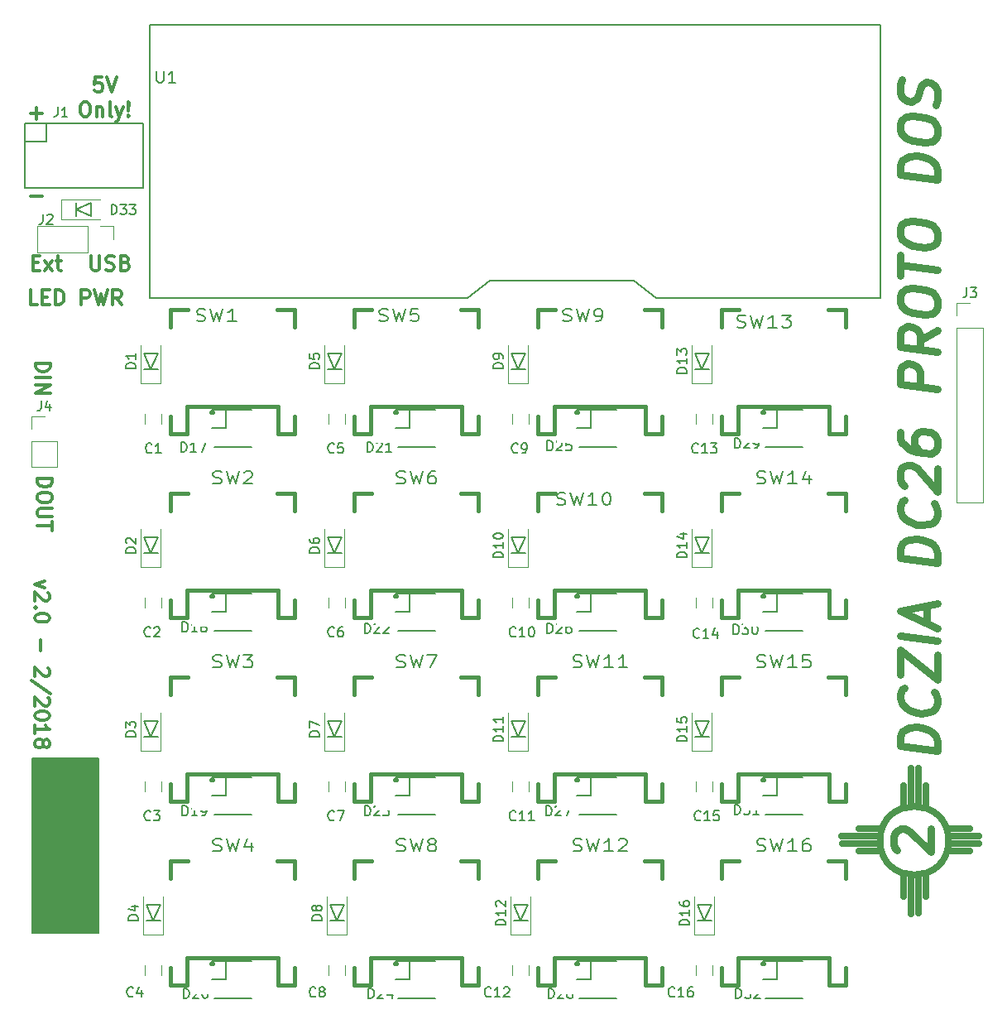
<source format=gto>
G04 #@! TF.GenerationSoftware,KiCad,Pcbnew,(2017-12-24 revision 570866557)-makepkg*
G04 #@! TF.CreationDate,2018-02-26T21:37:48-07:00*
G04 #@! TF.ProjectId,KeyGridTest1,4B65794772696454657374312E6B6963,rev?*
G04 #@! TF.SameCoordinates,Original*
G04 #@! TF.FileFunction,Legend,Top*
G04 #@! TF.FilePolarity,Positive*
%FSLAX46Y46*%
G04 Gerber Fmt 4.6, Leading zero omitted, Abs format (unit mm)*
G04 Created by KiCad (PCBNEW (2017-12-24 revision 570866557)-makepkg) date 02/26/18 21:37:48*
%MOMM*%
%LPD*%
G01*
G04 APERTURE LIST*
%ADD10C,0.300000*%
%ADD11C,0.150000*%
%ADD12C,0.762000*%
%ADD13C,0.635000*%
%ADD14C,0.381000*%
%ADD15C,0.120000*%
%ADD16C,0.200000*%
%ADD17C,0.600000*%
%ADD18C,0.203200*%
%ADD19O,1.600000X2.400000*%
%ADD20C,3.702000*%
%ADD21C,2.686000*%
%ADD22R,1.600000X1.300000*%
%ADD23C,4.700000*%
%ADD24R,3.400000X1.250000*%
%ADD25R,4.400000X1.250000*%
%ADD26R,1.650000X1.900000*%
%ADD27R,2.100000X2.100000*%
%ADD28O,2.100000X2.100000*%
%ADD29C,2.398980*%
%ADD30C,2.400000*%
%ADD31R,1.300000X1.600000*%
G04 APERTURE END LIST*
D10*
X98846428Y-100928571D02*
X97846428Y-101285714D01*
X98846428Y-101642857D01*
X99203571Y-102142857D02*
X99275000Y-102214285D01*
X99346428Y-102357142D01*
X99346428Y-102714285D01*
X99275000Y-102857142D01*
X99203571Y-102928571D01*
X99060714Y-103000000D01*
X98917857Y-103000000D01*
X98703571Y-102928571D01*
X97846428Y-102071428D01*
X97846428Y-103000000D01*
X97989285Y-103642857D02*
X97917857Y-103714285D01*
X97846428Y-103642857D01*
X97917857Y-103571428D01*
X97989285Y-103642857D01*
X97846428Y-103642857D01*
X99346428Y-104642857D02*
X99346428Y-104785714D01*
X99275000Y-104928571D01*
X99203571Y-105000000D01*
X99060714Y-105071428D01*
X98775000Y-105142857D01*
X98417857Y-105142857D01*
X98132142Y-105071428D01*
X97989285Y-105000000D01*
X97917857Y-104928571D01*
X97846428Y-104785714D01*
X97846428Y-104642857D01*
X97917857Y-104500000D01*
X97989285Y-104428571D01*
X98132142Y-104357142D01*
X98417857Y-104285714D01*
X98775000Y-104285714D01*
X99060714Y-104357142D01*
X99203571Y-104428571D01*
X99275000Y-104500000D01*
X99346428Y-104642857D01*
X98417857Y-106928571D02*
X98417857Y-108071428D01*
X99203571Y-109857142D02*
X99275000Y-109928571D01*
X99346428Y-110071428D01*
X99346428Y-110428571D01*
X99275000Y-110571428D01*
X99203571Y-110642857D01*
X99060714Y-110714285D01*
X98917857Y-110714285D01*
X98703571Y-110642857D01*
X97846428Y-109785714D01*
X97846428Y-110714285D01*
X99417857Y-112428571D02*
X97489285Y-111142857D01*
X99203571Y-112857142D02*
X99275000Y-112928571D01*
X99346428Y-113071428D01*
X99346428Y-113428571D01*
X99275000Y-113571428D01*
X99203571Y-113642857D01*
X99060714Y-113714285D01*
X98917857Y-113714285D01*
X98703571Y-113642857D01*
X97846428Y-112785714D01*
X97846428Y-113714285D01*
X99346428Y-114642857D02*
X99346428Y-114785714D01*
X99275000Y-114928571D01*
X99203571Y-115000000D01*
X99060714Y-115071428D01*
X98775000Y-115142857D01*
X98417857Y-115142857D01*
X98132142Y-115071428D01*
X97989285Y-115000000D01*
X97917857Y-114928571D01*
X97846428Y-114785714D01*
X97846428Y-114642857D01*
X97917857Y-114500000D01*
X97989285Y-114428571D01*
X98132142Y-114357142D01*
X98417857Y-114285714D01*
X98775000Y-114285714D01*
X99060714Y-114357142D01*
X99203571Y-114428571D01*
X99275000Y-114500000D01*
X99346428Y-114642857D01*
X97846428Y-116571428D02*
X97846428Y-115714285D01*
X97846428Y-116142857D02*
X99346428Y-116142857D01*
X99132142Y-116000000D01*
X98989285Y-115857142D01*
X98917857Y-115714285D01*
X98703571Y-117428571D02*
X98775000Y-117285714D01*
X98846428Y-117214285D01*
X98989285Y-117142857D01*
X99060714Y-117142857D01*
X99203571Y-117214285D01*
X99275000Y-117285714D01*
X99346428Y-117428571D01*
X99346428Y-117714285D01*
X99275000Y-117857142D01*
X99203571Y-117928571D01*
X99060714Y-118000000D01*
X98989285Y-118000000D01*
X98846428Y-117928571D01*
X98775000Y-117857142D01*
X98703571Y-117714285D01*
X98703571Y-117428571D01*
X98632142Y-117285714D01*
X98560714Y-117214285D01*
X98417857Y-117142857D01*
X98132142Y-117142857D01*
X97989285Y-117214285D01*
X97917857Y-117285714D01*
X97846428Y-117428571D01*
X97846428Y-117714285D01*
X97917857Y-117857142D01*
X97989285Y-117928571D01*
X98132142Y-118000000D01*
X98417857Y-118000000D01*
X98560714Y-117928571D01*
X98632142Y-117857142D01*
X98703571Y-117714285D01*
D11*
G36*
X97550000Y-119075000D02*
X104375000Y-119075000D01*
X104375000Y-136925000D01*
X97575000Y-136925000D01*
X97550000Y-119075000D01*
G37*
X97550000Y-119075000D02*
X104375000Y-119075000D01*
X104375000Y-136925000D01*
X97575000Y-136925000D01*
X97550000Y-119075000D01*
D10*
X98121428Y-90464285D02*
X99621428Y-90464285D01*
X99621428Y-90821428D01*
X99550000Y-91035714D01*
X99407142Y-91178571D01*
X99264285Y-91250000D01*
X98978571Y-91321428D01*
X98764285Y-91321428D01*
X98478571Y-91250000D01*
X98335714Y-91178571D01*
X98192857Y-91035714D01*
X98121428Y-90821428D01*
X98121428Y-90464285D01*
X99621428Y-92250000D02*
X99621428Y-92535714D01*
X99550000Y-92678571D01*
X99407142Y-92821428D01*
X99121428Y-92892857D01*
X98621428Y-92892857D01*
X98335714Y-92821428D01*
X98192857Y-92678571D01*
X98121428Y-92535714D01*
X98121428Y-92250000D01*
X98192857Y-92107142D01*
X98335714Y-91964285D01*
X98621428Y-91892857D01*
X99121428Y-91892857D01*
X99407142Y-91964285D01*
X99550000Y-92107142D01*
X99621428Y-92250000D01*
X99621428Y-93535714D02*
X98407142Y-93535714D01*
X98264285Y-93607142D01*
X98192857Y-93678571D01*
X98121428Y-93821428D01*
X98121428Y-94107142D01*
X98192857Y-94250000D01*
X98264285Y-94321428D01*
X98407142Y-94392857D01*
X99621428Y-94392857D01*
X99621428Y-94892857D02*
X99621428Y-95750000D01*
X98121428Y-95321428D02*
X99621428Y-95321428D01*
X97921428Y-78664285D02*
X99421428Y-78664285D01*
X99421428Y-79021428D01*
X99350000Y-79235714D01*
X99207142Y-79378571D01*
X99064285Y-79450000D01*
X98778571Y-79521428D01*
X98564285Y-79521428D01*
X98278571Y-79450000D01*
X98135714Y-79378571D01*
X97992857Y-79235714D01*
X97921428Y-79021428D01*
X97921428Y-78664285D01*
X97921428Y-80164285D02*
X99421428Y-80164285D01*
X97921428Y-80878571D02*
X99421428Y-80878571D01*
X97921428Y-81735714D01*
X99421428Y-81735714D01*
X97428571Y-53107142D02*
X98571428Y-53107142D01*
X98000000Y-53678571D02*
X98000000Y-52535714D01*
X97428571Y-61607142D02*
X98571428Y-61607142D01*
X104714285Y-49403571D02*
X104000000Y-49403571D01*
X103928571Y-50117857D01*
X104000000Y-50046428D01*
X104142857Y-49975000D01*
X104500000Y-49975000D01*
X104642857Y-50046428D01*
X104714285Y-50117857D01*
X104785714Y-50260714D01*
X104785714Y-50617857D01*
X104714285Y-50760714D01*
X104642857Y-50832142D01*
X104500000Y-50903571D01*
X104142857Y-50903571D01*
X104000000Y-50832142D01*
X103928571Y-50760714D01*
X105214285Y-49403571D02*
X105714285Y-50903571D01*
X106214285Y-49403571D01*
X102857142Y-51953571D02*
X103142857Y-51953571D01*
X103285714Y-52025000D01*
X103428571Y-52167857D01*
X103500000Y-52453571D01*
X103500000Y-52953571D01*
X103428571Y-53239285D01*
X103285714Y-53382142D01*
X103142857Y-53453571D01*
X102857142Y-53453571D01*
X102714285Y-53382142D01*
X102571428Y-53239285D01*
X102500000Y-52953571D01*
X102500000Y-52453571D01*
X102571428Y-52167857D01*
X102714285Y-52025000D01*
X102857142Y-51953571D01*
X104142857Y-52453571D02*
X104142857Y-53453571D01*
X104142857Y-52596428D02*
X104214285Y-52525000D01*
X104357142Y-52453571D01*
X104571428Y-52453571D01*
X104714285Y-52525000D01*
X104785714Y-52667857D01*
X104785714Y-53453571D01*
X105714285Y-53453571D02*
X105571428Y-53382142D01*
X105500000Y-53239285D01*
X105500000Y-51953571D01*
X106142857Y-52453571D02*
X106500000Y-53453571D01*
X106857142Y-52453571D02*
X106500000Y-53453571D01*
X106357142Y-53810714D01*
X106285714Y-53882142D01*
X106142857Y-53953571D01*
X107428571Y-53310714D02*
X107500000Y-53382142D01*
X107428571Y-53453571D01*
X107357142Y-53382142D01*
X107428571Y-53310714D01*
X107428571Y-53453571D01*
X107428571Y-52882142D02*
X107357142Y-52025000D01*
X107428571Y-51953571D01*
X107500000Y-52025000D01*
X107428571Y-52882142D01*
X107428571Y-51953571D01*
X103607142Y-67678571D02*
X103607142Y-68892857D01*
X103678571Y-69035714D01*
X103750000Y-69107142D01*
X103892857Y-69178571D01*
X104178571Y-69178571D01*
X104321428Y-69107142D01*
X104392857Y-69035714D01*
X104464285Y-68892857D01*
X104464285Y-67678571D01*
X105107142Y-69107142D02*
X105321428Y-69178571D01*
X105678571Y-69178571D01*
X105821428Y-69107142D01*
X105892857Y-69035714D01*
X105964285Y-68892857D01*
X105964285Y-68750000D01*
X105892857Y-68607142D01*
X105821428Y-68535714D01*
X105678571Y-68464285D01*
X105392857Y-68392857D01*
X105250000Y-68321428D01*
X105178571Y-68250000D01*
X105107142Y-68107142D01*
X105107142Y-67964285D01*
X105178571Y-67821428D01*
X105250000Y-67750000D01*
X105392857Y-67678571D01*
X105750000Y-67678571D01*
X105964285Y-67750000D01*
X107107142Y-68392857D02*
X107321428Y-68464285D01*
X107392857Y-68535714D01*
X107464285Y-68678571D01*
X107464285Y-68892857D01*
X107392857Y-69035714D01*
X107321428Y-69107142D01*
X107178571Y-69178571D01*
X106607142Y-69178571D01*
X106607142Y-67678571D01*
X107107142Y-67678571D01*
X107250000Y-67750000D01*
X107321428Y-67821428D01*
X107392857Y-67964285D01*
X107392857Y-68107142D01*
X107321428Y-68250000D01*
X107250000Y-68321428D01*
X107107142Y-68392857D01*
X106607142Y-68392857D01*
X97642857Y-68392857D02*
X98142857Y-68392857D01*
X98357142Y-69178571D02*
X97642857Y-69178571D01*
X97642857Y-67678571D01*
X98357142Y-67678571D01*
X98857142Y-69178571D02*
X99642857Y-68178571D01*
X98857142Y-68178571D02*
X99642857Y-69178571D01*
X100000000Y-68178571D02*
X100571428Y-68178571D01*
X100214285Y-67678571D02*
X100214285Y-68964285D01*
X100285714Y-69107142D01*
X100428571Y-69178571D01*
X100571428Y-69178571D01*
X98107142Y-72678571D02*
X97392857Y-72678571D01*
X97392857Y-71178571D01*
X98607142Y-71892857D02*
X99107142Y-71892857D01*
X99321428Y-72678571D02*
X98607142Y-72678571D01*
X98607142Y-71178571D01*
X99321428Y-71178571D01*
X99964285Y-72678571D02*
X99964285Y-71178571D01*
X100321428Y-71178571D01*
X100535714Y-71250000D01*
X100678571Y-71392857D01*
X100750000Y-71535714D01*
X100821428Y-71821428D01*
X100821428Y-72035714D01*
X100750000Y-72321428D01*
X100678571Y-72464285D01*
X100535714Y-72607142D01*
X100321428Y-72678571D01*
X99964285Y-72678571D01*
X102607142Y-72678571D02*
X102607142Y-71178571D01*
X103178571Y-71178571D01*
X103321428Y-71250000D01*
X103392857Y-71321428D01*
X103464285Y-71464285D01*
X103464285Y-71678571D01*
X103392857Y-71821428D01*
X103321428Y-71892857D01*
X103178571Y-71964285D01*
X102607142Y-71964285D01*
X103964285Y-71178571D02*
X104321428Y-72678571D01*
X104607142Y-71607142D01*
X104892857Y-72678571D01*
X105250000Y-71178571D01*
X106678571Y-72678571D02*
X106178571Y-71964285D01*
X105821428Y-72678571D02*
X105821428Y-71178571D01*
X106392857Y-71178571D01*
X106535714Y-71250000D01*
X106607142Y-71321428D01*
X106678571Y-71464285D01*
X106678571Y-71678571D01*
X106607142Y-71821428D01*
X106535714Y-71892857D01*
X106392857Y-71964285D01*
X105821428Y-71964285D01*
D12*
X186076428Y-128488571D02*
X185895000Y-128307142D01*
X185713571Y-127944285D01*
X185713571Y-127037142D01*
X185895000Y-126674285D01*
X186076428Y-126492857D01*
X186439285Y-126311428D01*
X186802142Y-126311428D01*
X187346428Y-126492857D01*
X189523571Y-128670000D01*
X189523571Y-126311428D01*
D13*
X184384694Y-128584076D02*
X182174894Y-128584076D01*
X184310786Y-127830066D02*
X180424586Y-127830066D01*
X184232294Y-127060076D02*
X180396894Y-127060076D01*
X184410094Y-126298076D02*
X182174894Y-126298076D01*
X189017400Y-130961506D02*
X189017400Y-133171306D01*
X188263390Y-131035414D02*
X188263390Y-134921614D01*
X187493400Y-131113906D02*
X187493400Y-134949306D01*
X186731400Y-130936106D02*
X186731400Y-133171306D01*
X191287906Y-126298076D02*
X193497706Y-126298076D01*
X191361814Y-127060076D02*
X194453000Y-127065400D01*
X191440306Y-127830066D02*
X194453000Y-127827400D01*
X191262506Y-128584076D02*
X193497706Y-128584076D01*
X186731400Y-124042800D02*
X186731400Y-121833000D01*
X187493400Y-123968892D02*
X187493400Y-120082692D01*
X189017400Y-124068200D02*
X189017400Y-121833000D01*
X188263390Y-123890400D02*
X188263390Y-120055000D01*
X191326406Y-127497200D02*
G75*
G03X191326406Y-127497200I-3502806J0D01*
G01*
D12*
X190223571Y-118295216D02*
X186413571Y-117818966D01*
X186413571Y-116911823D01*
X186595000Y-116390216D01*
X186957857Y-116072716D01*
X187320714Y-115936644D01*
X188046428Y-115845930D01*
X188590714Y-115913966D01*
X189316428Y-116186108D01*
X189679285Y-116412894D01*
X190042142Y-116821108D01*
X190223571Y-117388073D01*
X190223571Y-118295216D01*
X189860714Y-112262716D02*
X190042142Y-112466823D01*
X190223571Y-113033787D01*
X190223571Y-113396644D01*
X190042142Y-113918251D01*
X189679285Y-114235751D01*
X189316428Y-114371823D01*
X188590714Y-114462537D01*
X188046428Y-114394501D01*
X187320714Y-114122358D01*
X186957857Y-113895573D01*
X186595000Y-113487358D01*
X186413571Y-112920394D01*
X186413571Y-112557537D01*
X186595000Y-112035930D01*
X186776428Y-111877180D01*
X186413571Y-110561823D02*
X186413571Y-108021823D01*
X190223571Y-111038073D01*
X190223571Y-108498073D01*
X190223571Y-107046644D02*
X186413571Y-106570394D01*
X189135000Y-105277716D02*
X189135000Y-103463430D01*
X190223571Y-105776644D02*
X186413571Y-104030394D01*
X190223571Y-103236644D01*
X190223571Y-99063787D02*
X186413571Y-98587537D01*
X186413571Y-97680394D01*
X186595000Y-97158787D01*
X186957857Y-96841287D01*
X187320714Y-96705216D01*
X188046428Y-96614501D01*
X188590714Y-96682537D01*
X189316428Y-96954680D01*
X189679285Y-97181466D01*
X190042142Y-97589680D01*
X190223571Y-98156644D01*
X190223571Y-99063787D01*
X189860714Y-93031287D02*
X190042142Y-93235394D01*
X190223571Y-93802358D01*
X190223571Y-94165216D01*
X190042142Y-94686823D01*
X189679285Y-95004323D01*
X189316428Y-95140394D01*
X188590714Y-95231108D01*
X188046428Y-95163073D01*
X187320714Y-94890930D01*
X186957857Y-94664144D01*
X186595000Y-94255930D01*
X186413571Y-93688966D01*
X186413571Y-93326108D01*
X186595000Y-92804501D01*
X186776428Y-92645751D01*
X186776428Y-91194323D02*
X186595000Y-90990216D01*
X186413571Y-90604680D01*
X186413571Y-89697537D01*
X186595000Y-89357358D01*
X186776428Y-89198608D01*
X187139285Y-89062537D01*
X187502142Y-89107894D01*
X188046428Y-89357358D01*
X190223571Y-91806644D01*
X190223571Y-89448073D01*
X186413571Y-85706108D02*
X186413571Y-86431823D01*
X186595000Y-86817358D01*
X186776428Y-87021466D01*
X187320714Y-87452358D01*
X188046428Y-87724501D01*
X189497857Y-87905930D01*
X189860714Y-87769858D01*
X190042142Y-87611108D01*
X190223571Y-87270930D01*
X190223571Y-86545216D01*
X190042142Y-86159680D01*
X189860714Y-85955573D01*
X189497857Y-85728787D01*
X188590714Y-85615394D01*
X188227857Y-85751466D01*
X188046428Y-85910216D01*
X187865000Y-86250394D01*
X187865000Y-86976108D01*
X188046428Y-87361644D01*
X188227857Y-87565751D01*
X188590714Y-87792537D01*
X190223571Y-81283787D02*
X186413571Y-80807537D01*
X186413571Y-79356108D01*
X186595000Y-79015930D01*
X186776428Y-78857180D01*
X187139285Y-78721108D01*
X187683571Y-78789144D01*
X188046428Y-79015930D01*
X188227857Y-79220037D01*
X188409285Y-79605573D01*
X188409285Y-81057001D01*
X190223571Y-75296644D02*
X188409285Y-76339858D01*
X190223571Y-77473787D02*
X186413571Y-76997537D01*
X186413571Y-75546108D01*
X186595000Y-75205930D01*
X186776428Y-75047180D01*
X187139285Y-74911108D01*
X187683571Y-74979144D01*
X188046428Y-75205930D01*
X188227857Y-75410037D01*
X188409285Y-75795573D01*
X188409285Y-77247001D01*
X186413571Y-72461823D02*
X186413571Y-71736108D01*
X186595000Y-71395930D01*
X186957857Y-71078430D01*
X187683571Y-70987716D01*
X188953571Y-71146466D01*
X189679285Y-71418608D01*
X190042142Y-71826823D01*
X190223571Y-72212358D01*
X190223571Y-72938073D01*
X190042142Y-73278251D01*
X189679285Y-73595751D01*
X188953571Y-73686466D01*
X187683571Y-73527716D01*
X186957857Y-73255573D01*
X186595000Y-72847358D01*
X186413571Y-72461823D01*
X186413571Y-69740394D02*
X186413571Y-67563251D01*
X190223571Y-69128073D02*
X186413571Y-68651823D01*
X186413571Y-65567537D02*
X186413571Y-64841823D01*
X186595000Y-64501644D01*
X186957857Y-64184144D01*
X187683571Y-64093430D01*
X188953571Y-64252180D01*
X189679285Y-64524323D01*
X190042142Y-64932537D01*
X190223571Y-65318073D01*
X190223571Y-66043787D01*
X190042142Y-66383966D01*
X189679285Y-66701466D01*
X188953571Y-66792180D01*
X187683571Y-66633430D01*
X186957857Y-66361287D01*
X186595000Y-65953073D01*
X186413571Y-65567537D01*
X190223571Y-59875216D02*
X186413571Y-59398966D01*
X186413571Y-58491823D01*
X186595000Y-57970216D01*
X186957857Y-57652716D01*
X187320714Y-57516644D01*
X188046428Y-57425930D01*
X188590714Y-57493966D01*
X189316428Y-57766108D01*
X189679285Y-57992894D01*
X190042142Y-58401108D01*
X190223571Y-58968073D01*
X190223571Y-59875216D01*
X186413571Y-54863251D02*
X186413571Y-54137537D01*
X186595000Y-53797358D01*
X186957857Y-53479858D01*
X187683571Y-53389144D01*
X188953571Y-53547894D01*
X189679285Y-53820037D01*
X190042142Y-54228251D01*
X190223571Y-54613787D01*
X190223571Y-55339501D01*
X190042142Y-55679680D01*
X189679285Y-55997180D01*
X188953571Y-56087894D01*
X187683571Y-55929144D01*
X186957857Y-55657001D01*
X186595000Y-55248787D01*
X186413571Y-54863251D01*
X190042142Y-52232537D02*
X190223571Y-51710930D01*
X190223571Y-50803787D01*
X190042142Y-50418251D01*
X189860714Y-50214144D01*
X189497857Y-49987358D01*
X189135000Y-49942001D01*
X188772142Y-50078073D01*
X188590714Y-50236823D01*
X188409285Y-50577001D01*
X188227857Y-51280037D01*
X188046428Y-51620216D01*
X187865000Y-51778966D01*
X187502142Y-51915037D01*
X187139285Y-51869680D01*
X186776428Y-51642894D01*
X186595000Y-51438787D01*
X186413571Y-51053251D01*
X186413571Y-50146108D01*
X186595000Y-49624501D01*
D11*
X144373600Y-70256400D02*
X142087600Y-72034400D01*
X159105600Y-70256400D02*
X144373600Y-70256400D01*
X161391600Y-72034400D02*
X159105600Y-70256400D01*
X184373600Y-72034400D02*
X161391600Y-72034400D01*
X109575600Y-72034400D02*
X142087600Y-72034400D01*
X184373600Y-72034400D02*
X184373600Y-44094400D01*
X184373600Y-44094400D02*
X109575600Y-44094400D01*
X109575600Y-44094400D02*
X109575600Y-72034400D01*
D14*
X122734600Y-83127400D02*
X122734600Y-85877400D01*
X113434600Y-83127400D02*
X113434600Y-85877400D01*
X113434600Y-83127400D02*
X122734600Y-83127400D01*
X111734600Y-73177400D02*
X113512600Y-73177400D01*
X122656600Y-73177400D02*
X124434600Y-73177400D01*
X124434600Y-73177400D02*
X124434600Y-74955400D01*
X124434600Y-84099400D02*
X124434600Y-85877400D01*
X124434600Y-85877400D02*
X122734600Y-85877400D01*
X113434600Y-85877400D02*
X111734600Y-85877400D01*
X111734600Y-85877400D02*
X111734600Y-84099400D01*
X111734600Y-74955400D02*
X111734600Y-73177400D01*
X141530600Y-120719400D02*
X141530600Y-123469400D01*
X132230600Y-120719400D02*
X132230600Y-123469400D01*
X132230600Y-120719400D02*
X141530600Y-120719400D01*
X130530600Y-110769400D02*
X132308600Y-110769400D01*
X141452600Y-110769400D02*
X143230600Y-110769400D01*
X143230600Y-110769400D02*
X143230600Y-112547400D01*
X143230600Y-121691400D02*
X143230600Y-123469400D01*
X143230600Y-123469400D02*
X141530600Y-123469400D01*
X132230600Y-123469400D02*
X130530600Y-123469400D01*
X130530600Y-123469400D02*
X130530600Y-121691400D01*
X130530600Y-112547400D02*
X130530600Y-110769400D01*
D11*
X147548600Y-135699400D02*
X146848600Y-134099400D01*
X148248600Y-134099400D02*
X147548600Y-135699400D01*
X146848600Y-134099400D02*
X148248600Y-134099400D01*
X146848600Y-135699400D02*
X148248600Y-135699400D01*
D15*
X146548600Y-137149400D02*
X148548600Y-137149400D01*
X148548600Y-137149400D02*
X148548600Y-133249400D01*
X146548600Y-137149400D02*
X146548600Y-133249400D01*
D11*
X166344600Y-135699400D02*
X165644600Y-134099400D01*
X167044600Y-134099400D02*
X166344600Y-135699400D01*
X165644600Y-134099400D02*
X167044600Y-134099400D01*
X165644600Y-135699400D02*
X167044600Y-135699400D01*
D15*
X165344600Y-137149400D02*
X167344600Y-137149400D01*
X167344600Y-137149400D02*
X167344600Y-133249400D01*
X165344600Y-137149400D02*
X165344600Y-133249400D01*
D11*
X109956600Y-135699400D02*
X109256600Y-134099400D01*
X110656600Y-134099400D02*
X109956600Y-135699400D01*
X109256600Y-134099400D02*
X110656600Y-134099400D01*
X109256600Y-135699400D02*
X110656600Y-135699400D01*
D15*
X108956600Y-137149400D02*
X110956600Y-137149400D01*
X110956600Y-137149400D02*
X110956600Y-133249400D01*
X108956600Y-137149400D02*
X108956600Y-133249400D01*
D11*
X128752600Y-135699400D02*
X128052600Y-134099400D01*
X129452600Y-134099400D02*
X128752600Y-135699400D01*
X128052600Y-134099400D02*
X129452600Y-134099400D01*
X128052600Y-135699400D02*
X129452600Y-135699400D01*
D15*
X127752600Y-137149400D02*
X129752600Y-137149400D01*
X129752600Y-137149400D02*
X129752600Y-133249400D01*
X127752600Y-137149400D02*
X127752600Y-133249400D01*
D11*
X166090600Y-116903400D02*
X165390600Y-115303400D01*
X166790600Y-115303400D02*
X166090600Y-116903400D01*
X165390600Y-115303400D02*
X166790600Y-115303400D01*
X165390600Y-116903400D02*
X166790600Y-116903400D01*
D15*
X165090600Y-118353400D02*
X167090600Y-118353400D01*
X167090600Y-118353400D02*
X167090600Y-114453400D01*
X165090600Y-118353400D02*
X165090600Y-114453400D01*
D11*
X147294600Y-116903400D02*
X146594600Y-115303400D01*
X147994600Y-115303400D02*
X147294600Y-116903400D01*
X146594600Y-115303400D02*
X147994600Y-115303400D01*
X146594600Y-116903400D02*
X147994600Y-116903400D01*
D15*
X146294600Y-118353400D02*
X148294600Y-118353400D01*
X148294600Y-118353400D02*
X148294600Y-114453400D01*
X146294600Y-118353400D02*
X146294600Y-114453400D01*
D11*
X147294600Y-98107400D02*
X146594600Y-96507400D01*
X147994600Y-96507400D02*
X147294600Y-98107400D01*
X146594600Y-96507400D02*
X147994600Y-96507400D01*
X146594600Y-98107400D02*
X147994600Y-98107400D01*
D15*
X146294600Y-99557400D02*
X148294600Y-99557400D01*
X148294600Y-99557400D02*
X148294600Y-95657400D01*
X146294600Y-99557400D02*
X146294600Y-95657400D01*
D11*
X166090600Y-98107400D02*
X165390600Y-96507400D01*
X166790600Y-96507400D02*
X166090600Y-98107400D01*
X165390600Y-96507400D02*
X166790600Y-96507400D01*
X165390600Y-98107400D02*
X166790600Y-98107400D01*
D15*
X165090600Y-99557400D02*
X167090600Y-99557400D01*
X167090600Y-99557400D02*
X167090600Y-95657400D01*
X165090600Y-99557400D02*
X165090600Y-95657400D01*
D11*
X128498600Y-116903400D02*
X127798600Y-115303400D01*
X129198600Y-115303400D02*
X128498600Y-116903400D01*
X127798600Y-115303400D02*
X129198600Y-115303400D01*
X127798600Y-116903400D02*
X129198600Y-116903400D01*
D15*
X127498600Y-118353400D02*
X129498600Y-118353400D01*
X129498600Y-118353400D02*
X129498600Y-114453400D01*
X127498600Y-118353400D02*
X127498600Y-114453400D01*
D11*
X128498600Y-98107400D02*
X127798600Y-96507400D01*
X129198600Y-96507400D02*
X128498600Y-98107400D01*
X127798600Y-96507400D02*
X129198600Y-96507400D01*
X127798600Y-98107400D02*
X129198600Y-98107400D01*
D15*
X127498600Y-99557400D02*
X129498600Y-99557400D01*
X129498600Y-99557400D02*
X129498600Y-95657400D01*
X127498600Y-99557400D02*
X127498600Y-95657400D01*
D11*
X109702600Y-98107400D02*
X109002600Y-96507400D01*
X110402600Y-96507400D02*
X109702600Y-98107400D01*
X109002600Y-96507400D02*
X110402600Y-96507400D01*
X109002600Y-98107400D02*
X110402600Y-98107400D01*
D15*
X108702600Y-99557400D02*
X110702600Y-99557400D01*
X110702600Y-99557400D02*
X110702600Y-95657400D01*
X108702600Y-99557400D02*
X108702600Y-95657400D01*
D11*
X109702600Y-116903400D02*
X109002600Y-115303400D01*
X110402600Y-115303400D02*
X109702600Y-116903400D01*
X109002600Y-115303400D02*
X110402600Y-115303400D01*
X109002600Y-116903400D02*
X110402600Y-116903400D01*
D15*
X108702600Y-118353400D02*
X110702600Y-118353400D01*
X110702600Y-118353400D02*
X110702600Y-114453400D01*
X108702600Y-118353400D02*
X108702600Y-114453400D01*
D11*
X109702600Y-79248199D02*
X109002600Y-77648199D01*
X110402600Y-77648199D02*
X109702600Y-79248199D01*
X109002600Y-77648199D02*
X110402600Y-77648199D01*
X109002600Y-79248199D02*
X110402600Y-79248199D01*
D15*
X108702600Y-80698199D02*
X110702600Y-80698199D01*
X110702600Y-80698199D02*
X110702600Y-76798199D01*
X108702600Y-80698199D02*
X108702600Y-76798199D01*
D11*
X128498600Y-79248199D02*
X127798600Y-77648199D01*
X129198600Y-77648199D02*
X128498600Y-79248199D01*
X127798600Y-77648199D02*
X129198600Y-77648199D01*
X127798600Y-79248199D02*
X129198600Y-79248199D01*
D15*
X127498600Y-80698199D02*
X129498600Y-80698199D01*
X129498600Y-80698199D02*
X129498600Y-76798199D01*
X127498600Y-80698199D02*
X127498600Y-76798199D01*
D11*
X147294600Y-79248199D02*
X146594600Y-77648199D01*
X147994600Y-77648199D02*
X147294600Y-79248199D01*
X146594600Y-77648199D02*
X147994600Y-77648199D01*
X146594600Y-79248199D02*
X147994600Y-79248199D01*
D15*
X146294600Y-80698199D02*
X148294600Y-80698199D01*
X148294600Y-80698199D02*
X148294600Y-76798199D01*
X146294600Y-80698199D02*
X146294600Y-76798199D01*
D11*
X166090600Y-79248199D02*
X165390600Y-77648199D01*
X166790600Y-77648199D02*
X166090600Y-79248199D01*
X165390600Y-77648199D02*
X166790600Y-77648199D01*
X165390600Y-79248199D02*
X166790600Y-79248199D01*
D15*
X165090600Y-80698199D02*
X167090600Y-80698199D01*
X167090600Y-80698199D02*
X167090600Y-76798199D01*
X165090600Y-80698199D02*
X165090600Y-76798199D01*
D14*
X160326600Y-139515400D02*
X160326600Y-142265400D01*
X151026600Y-139515400D02*
X151026600Y-142265400D01*
X151026600Y-139515400D02*
X160326600Y-139515400D01*
X149326600Y-129565400D02*
X151104600Y-129565400D01*
X160248600Y-129565400D02*
X162026600Y-129565400D01*
X162026600Y-129565400D02*
X162026600Y-131343400D01*
X162026600Y-140487400D02*
X162026600Y-142265400D01*
X162026600Y-142265400D02*
X160326600Y-142265400D01*
X151026600Y-142265400D02*
X149326600Y-142265400D01*
X149326600Y-142265400D02*
X149326600Y-140487400D01*
X149326600Y-131343400D02*
X149326600Y-129565400D01*
X179122600Y-139515400D02*
X179122600Y-142265400D01*
X169822600Y-139515400D02*
X169822600Y-142265400D01*
X169822600Y-139515400D02*
X179122600Y-139515400D01*
X168122600Y-129565400D02*
X169900600Y-129565400D01*
X179044600Y-129565400D02*
X180822600Y-129565400D01*
X180822600Y-129565400D02*
X180822600Y-131343400D01*
X180822600Y-140487400D02*
X180822600Y-142265400D01*
X180822600Y-142265400D02*
X179122600Y-142265400D01*
X169822600Y-142265400D02*
X168122600Y-142265400D01*
X168122600Y-142265400D02*
X168122600Y-140487400D01*
X168122600Y-131343400D02*
X168122600Y-129565400D01*
X122734600Y-139515400D02*
X122734600Y-142265400D01*
X113434600Y-139515400D02*
X113434600Y-142265400D01*
X113434600Y-139515400D02*
X122734600Y-139515400D01*
X111734600Y-129565400D02*
X113512600Y-129565400D01*
X122656600Y-129565400D02*
X124434600Y-129565400D01*
X124434600Y-129565400D02*
X124434600Y-131343400D01*
X124434600Y-140487400D02*
X124434600Y-142265400D01*
X124434600Y-142265400D02*
X122734600Y-142265400D01*
X113434600Y-142265400D02*
X111734600Y-142265400D01*
X111734600Y-142265400D02*
X111734600Y-140487400D01*
X111734600Y-131343400D02*
X111734600Y-129565400D01*
X141530600Y-139515400D02*
X141530600Y-142265400D01*
X132230600Y-139515400D02*
X132230600Y-142265400D01*
X132230600Y-139515400D02*
X141530600Y-139515400D01*
X130530600Y-129565400D02*
X132308600Y-129565400D01*
X141452600Y-129565400D02*
X143230600Y-129565400D01*
X143230600Y-129565400D02*
X143230600Y-131343400D01*
X143230600Y-140487400D02*
X143230600Y-142265400D01*
X143230600Y-142265400D02*
X141530600Y-142265400D01*
X132230600Y-142265400D02*
X130530600Y-142265400D01*
X130530600Y-142265400D02*
X130530600Y-140487400D01*
X130530600Y-131343400D02*
X130530600Y-129565400D01*
X160326600Y-120719400D02*
X160326600Y-123469400D01*
X151026600Y-120719400D02*
X151026600Y-123469400D01*
X151026600Y-120719400D02*
X160326600Y-120719400D01*
X149326600Y-110769400D02*
X151104600Y-110769400D01*
X160248600Y-110769400D02*
X162026600Y-110769400D01*
X162026600Y-110769400D02*
X162026600Y-112547400D01*
X162026600Y-121691400D02*
X162026600Y-123469400D01*
X162026600Y-123469400D02*
X160326600Y-123469400D01*
X151026600Y-123469400D02*
X149326600Y-123469400D01*
X149326600Y-123469400D02*
X149326600Y-121691400D01*
X149326600Y-112547400D02*
X149326600Y-110769400D01*
X179122600Y-120719400D02*
X179122600Y-123469400D01*
X169822600Y-120719400D02*
X169822600Y-123469400D01*
X169822600Y-120719400D02*
X179122600Y-120719400D01*
X168122600Y-110769400D02*
X169900600Y-110769400D01*
X179044600Y-110769400D02*
X180822600Y-110769400D01*
X180822600Y-110769400D02*
X180822600Y-112547400D01*
X180822600Y-121691400D02*
X180822600Y-123469400D01*
X180822600Y-123469400D02*
X179122600Y-123469400D01*
X169822600Y-123469400D02*
X168122600Y-123469400D01*
X168122600Y-123469400D02*
X168122600Y-121691400D01*
X168122600Y-112547400D02*
X168122600Y-110769400D01*
X179122600Y-101923400D02*
X179122600Y-104673400D01*
X169822600Y-101923400D02*
X169822600Y-104673400D01*
X169822600Y-101923400D02*
X179122600Y-101923400D01*
X168122600Y-91973400D02*
X169900600Y-91973400D01*
X179044600Y-91973400D02*
X180822600Y-91973400D01*
X180822600Y-91973400D02*
X180822600Y-93751400D01*
X180822600Y-102895400D02*
X180822600Y-104673400D01*
X180822600Y-104673400D02*
X179122600Y-104673400D01*
X169822600Y-104673400D02*
X168122600Y-104673400D01*
X168122600Y-104673400D02*
X168122600Y-102895400D01*
X168122600Y-93751400D02*
X168122600Y-91973400D01*
X141530600Y-101923400D02*
X141530600Y-104673400D01*
X132230600Y-101923400D02*
X132230600Y-104673400D01*
X132230600Y-101923400D02*
X141530600Y-101923400D01*
X130530600Y-91973400D02*
X132308600Y-91973400D01*
X141452600Y-91973400D02*
X143230600Y-91973400D01*
X143230600Y-91973400D02*
X143230600Y-93751400D01*
X143230600Y-102895400D02*
X143230600Y-104673400D01*
X143230600Y-104673400D02*
X141530600Y-104673400D01*
X132230600Y-104673400D02*
X130530600Y-104673400D01*
X130530600Y-104673400D02*
X130530600Y-102895400D01*
X130530600Y-93751400D02*
X130530600Y-91973400D01*
X122734600Y-101923400D02*
X122734600Y-104673400D01*
X113434600Y-101923400D02*
X113434600Y-104673400D01*
X113434600Y-101923400D02*
X122734600Y-101923400D01*
X111734600Y-91973400D02*
X113512600Y-91973400D01*
X122656600Y-91973400D02*
X124434600Y-91973400D01*
X124434600Y-91973400D02*
X124434600Y-93751400D01*
X124434600Y-102895400D02*
X124434600Y-104673400D01*
X124434600Y-104673400D02*
X122734600Y-104673400D01*
X113434600Y-104673400D02*
X111734600Y-104673400D01*
X111734600Y-104673400D02*
X111734600Y-102895400D01*
X111734600Y-93751400D02*
X111734600Y-91973400D01*
X122734600Y-120719400D02*
X122734600Y-123469400D01*
X113434600Y-120719400D02*
X113434600Y-123469400D01*
X113434600Y-120719400D02*
X122734600Y-120719400D01*
X111734600Y-110769400D02*
X113512600Y-110769400D01*
X122656600Y-110769400D02*
X124434600Y-110769400D01*
X124434600Y-110769400D02*
X124434600Y-112547400D01*
X124434600Y-121691400D02*
X124434600Y-123469400D01*
X124434600Y-123469400D02*
X122734600Y-123469400D01*
X113434600Y-123469400D02*
X111734600Y-123469400D01*
X111734600Y-123469400D02*
X111734600Y-121691400D01*
X111734600Y-112547400D02*
X111734600Y-110769400D01*
X141530600Y-83127400D02*
X141530600Y-85877400D01*
X132230600Y-83127400D02*
X132230600Y-85877400D01*
X132230600Y-83127400D02*
X141530600Y-83127400D01*
X130530600Y-73177400D02*
X132308600Y-73177400D01*
X141452600Y-73177400D02*
X143230600Y-73177400D01*
X143230600Y-73177400D02*
X143230600Y-74955400D01*
X143230600Y-84099400D02*
X143230600Y-85877400D01*
X143230600Y-85877400D02*
X141530600Y-85877400D01*
X132230600Y-85877400D02*
X130530600Y-85877400D01*
X130530600Y-85877400D02*
X130530600Y-84099400D01*
X130530600Y-74955400D02*
X130530600Y-73177400D01*
X160326600Y-83127400D02*
X160326600Y-85877400D01*
X151026600Y-83127400D02*
X151026600Y-85877400D01*
X151026600Y-83127400D02*
X160326600Y-83127400D01*
X149326600Y-73177400D02*
X151104600Y-73177400D01*
X160248600Y-73177400D02*
X162026600Y-73177400D01*
X162026600Y-73177400D02*
X162026600Y-74955400D01*
X162026600Y-84099400D02*
X162026600Y-85877400D01*
X162026600Y-85877400D02*
X160326600Y-85877400D01*
X151026600Y-85877400D02*
X149326600Y-85877400D01*
X149326600Y-85877400D02*
X149326600Y-84099400D01*
X149326600Y-74955400D02*
X149326600Y-73177400D01*
X179122600Y-83127400D02*
X179122600Y-85877400D01*
X169822600Y-83127400D02*
X169822600Y-85877400D01*
X169822600Y-83127400D02*
X179122600Y-83127400D01*
X168122600Y-73177400D02*
X169900600Y-73177400D01*
X179044600Y-73177400D02*
X180822600Y-73177400D01*
X180822600Y-73177400D02*
X180822600Y-74955400D01*
X180822600Y-84099400D02*
X180822600Y-85877400D01*
X180822600Y-85877400D02*
X179122600Y-85877400D01*
X169822600Y-85877400D02*
X168122600Y-85877400D01*
X168122600Y-85877400D02*
X168122600Y-84099400D01*
X168122600Y-74955400D02*
X168122600Y-73177400D01*
D11*
X154722600Y-141657400D02*
X153322600Y-141657400D01*
X154722600Y-139857400D02*
X154722600Y-141657400D01*
D16*
X153322600Y-139857400D02*
X157322600Y-139857400D01*
D17*
X153322600Y-140057400D02*
X153322600Y-140057400D01*
D16*
X157322600Y-143657400D02*
X153522600Y-143657400D01*
D15*
X148398600Y-141241400D02*
X148398600Y-140241400D01*
X146698600Y-140241400D02*
X146698600Y-141241400D01*
X167194600Y-141241400D02*
X167194600Y-140241400D01*
X165494600Y-140241400D02*
X165494600Y-141241400D01*
D11*
X173772600Y-141657400D02*
X172372600Y-141657400D01*
X173772600Y-139857400D02*
X173772600Y-141657400D01*
D16*
X172372600Y-139857400D02*
X176372600Y-139857400D01*
D17*
X172372600Y-140057400D02*
X172372600Y-140057400D01*
D16*
X176372600Y-143657400D02*
X172572600Y-143657400D01*
D15*
X129602600Y-141241400D02*
X129602600Y-140241400D01*
X127902600Y-140241400D02*
X127902600Y-141241400D01*
X110806600Y-141241400D02*
X110806600Y-140241400D01*
X109106600Y-140241400D02*
X109106600Y-141241400D01*
D11*
X117384600Y-141657400D02*
X115984600Y-141657400D01*
X117384600Y-139857400D02*
X117384600Y-141657400D01*
D16*
X115984600Y-139857400D02*
X119984600Y-139857400D01*
D17*
X115984600Y-140057400D02*
X115984600Y-140057400D01*
D16*
X119984600Y-143657400D02*
X116184600Y-143657400D01*
D11*
X136180600Y-141657400D02*
X134780600Y-141657400D01*
X136180600Y-139857400D02*
X136180600Y-141657400D01*
D16*
X134780600Y-139857400D02*
X138780600Y-139857400D01*
D17*
X134780600Y-140057400D02*
X134780600Y-140057400D01*
D16*
X138780600Y-143657400D02*
X134980600Y-143657400D01*
D11*
X154722600Y-104065400D02*
X153322600Y-104065400D01*
X154722600Y-102265400D02*
X154722600Y-104065400D01*
D16*
X153322600Y-102265400D02*
X157322600Y-102265400D01*
D17*
X153322600Y-102465400D02*
X153322600Y-102465400D01*
D16*
X157322600Y-106065400D02*
X153522600Y-106065400D01*
D11*
X154722600Y-122861400D02*
X153322600Y-122861400D01*
X154722600Y-121061400D02*
X154722600Y-122861400D01*
D16*
X153322600Y-121061400D02*
X157322600Y-121061400D01*
D17*
X153322600Y-121261400D02*
X153322600Y-121261400D01*
D16*
X157322600Y-124861400D02*
X153522600Y-124861400D01*
D11*
X173772600Y-104065400D02*
X172372600Y-104065400D01*
X173772600Y-102265400D02*
X173772600Y-104065400D01*
D16*
X172372600Y-102265400D02*
X176372600Y-102265400D01*
D17*
X172372600Y-102465400D02*
X172372600Y-102465400D01*
D16*
X176372600Y-106065400D02*
X172572600Y-106065400D01*
D11*
X173772600Y-122861400D02*
X172372600Y-122861400D01*
X173772600Y-121061400D02*
X173772600Y-122861400D01*
D16*
X172372600Y-121061400D02*
X176372600Y-121061400D01*
D17*
X172372600Y-121261400D02*
X172372600Y-121261400D01*
D16*
X176372600Y-124861400D02*
X172572600Y-124861400D01*
D11*
X117384600Y-122861400D02*
X115984600Y-122861400D01*
X117384600Y-121061400D02*
X117384600Y-122861400D01*
D16*
X115984600Y-121061400D02*
X119984600Y-121061400D01*
D17*
X115984600Y-121261400D02*
X115984600Y-121261400D01*
D16*
X119984600Y-124861400D02*
X116184600Y-124861400D01*
D15*
X129602600Y-122445400D02*
X129602600Y-121445400D01*
X127902600Y-121445400D02*
X127902600Y-122445400D01*
D11*
X136180600Y-122861400D02*
X134780600Y-122861400D01*
X136180600Y-121061400D02*
X136180600Y-122861400D01*
D16*
X134780600Y-121061400D02*
X138780600Y-121061400D01*
D17*
X134780600Y-121261400D02*
X134780600Y-121261400D01*
D16*
X138780600Y-124861400D02*
X134980600Y-124861400D01*
D11*
X117384600Y-104065400D02*
X115984600Y-104065400D01*
X117384600Y-102265400D02*
X117384600Y-104065400D01*
D16*
X115984600Y-102265400D02*
X119984600Y-102265400D01*
D17*
X115984600Y-102465400D02*
X115984600Y-102465400D01*
D16*
X119984600Y-106065400D02*
X116184600Y-106065400D01*
D15*
X129602600Y-103649400D02*
X129602600Y-102649400D01*
X127902600Y-102649400D02*
X127902600Y-103649400D01*
D11*
X136180600Y-104065400D02*
X134780600Y-104065400D01*
X136180600Y-102265400D02*
X136180600Y-104065400D01*
D16*
X134780600Y-102265400D02*
X138780600Y-102265400D01*
D17*
X134780600Y-102465400D02*
X134780600Y-102465400D01*
D16*
X138780600Y-106065400D02*
X134980600Y-106065400D01*
D15*
X148398600Y-103649400D02*
X148398600Y-102649400D01*
X146698600Y-102649400D02*
X146698600Y-103649400D01*
X167194600Y-103649400D02*
X167194600Y-102649400D01*
X165494600Y-102649400D02*
X165494600Y-103649400D01*
X167194600Y-122445400D02*
X167194600Y-121445400D01*
X165494600Y-121445400D02*
X165494600Y-122445400D01*
X148398600Y-122445400D02*
X148398600Y-121445400D01*
X146698600Y-121445400D02*
X146698600Y-122445400D01*
X110806600Y-103649400D02*
X110806600Y-102649400D01*
X109106600Y-102649400D02*
X109106600Y-103649400D01*
X110806600Y-122445400D02*
X110806600Y-121445400D01*
X109106600Y-121445400D02*
X109106600Y-122445400D01*
X110806600Y-84853400D02*
X110806600Y-83853400D01*
X109106600Y-83853400D02*
X109106600Y-84853400D01*
X129602600Y-84853400D02*
X129602600Y-83853400D01*
X127902600Y-83853400D02*
X127902600Y-84853400D01*
X148398600Y-84853400D02*
X148398600Y-83853400D01*
X146698600Y-83853400D02*
X146698600Y-84853400D01*
X167194600Y-84853400D02*
X167194600Y-83853400D01*
X165494600Y-83853400D02*
X165494600Y-84853400D01*
X98090000Y-64670000D02*
X98090000Y-67330000D01*
X103230000Y-64670000D02*
X98090000Y-64670000D01*
X103230000Y-67330000D02*
X98090000Y-67330000D01*
X103230000Y-64670000D02*
X103230000Y-67330000D01*
X104500000Y-64670000D02*
X105830000Y-64670000D01*
X105830000Y-64670000D02*
X105830000Y-66000000D01*
D11*
X117384600Y-85269400D02*
X115984600Y-85269400D01*
X117384600Y-83469400D02*
X117384600Y-85269400D01*
D16*
X115984600Y-83469400D02*
X119984600Y-83469400D01*
D17*
X115984600Y-83669400D02*
X115984600Y-83669400D01*
D16*
X119984600Y-87269400D02*
X116184600Y-87269400D01*
D11*
X136180600Y-85269400D02*
X134780600Y-85269400D01*
X136180600Y-83469400D02*
X136180600Y-85269400D01*
D16*
X134780600Y-83469400D02*
X138780600Y-83469400D01*
D17*
X134780600Y-83669400D02*
X134780600Y-83669400D01*
D16*
X138780600Y-87269400D02*
X134980600Y-87269400D01*
D11*
X154722600Y-85269400D02*
X153322600Y-85269400D01*
X154722600Y-83469400D02*
X154722600Y-85269400D01*
D16*
X153322600Y-83469400D02*
X157322600Y-83469400D01*
D17*
X153322600Y-83669400D02*
X153322600Y-83669400D01*
D16*
X157322600Y-87269400D02*
X153522600Y-87269400D01*
D11*
X173772600Y-85269400D02*
X172372600Y-85269400D01*
X173772600Y-83469400D02*
X173772600Y-85269400D01*
D16*
X172372600Y-83469400D02*
X176372600Y-83469400D01*
D17*
X172372600Y-83669400D02*
X172372600Y-83669400D01*
D16*
X176372600Y-87269400D02*
X172572600Y-87269400D01*
D15*
X192170000Y-92910000D02*
X194830000Y-92910000D01*
X192170000Y-75070000D02*
X192170000Y-92910000D01*
X194830000Y-75070000D02*
X194830000Y-92910000D01*
X192170000Y-75070000D02*
X194830000Y-75070000D01*
X192170000Y-73800000D02*
X192170000Y-72470000D01*
X192170000Y-72470000D02*
X193500000Y-72470000D01*
X97470000Y-89270000D02*
X100130000Y-89270000D01*
X97470000Y-86670000D02*
X97470000Y-89270000D01*
X100130000Y-86670000D02*
X100130000Y-89270000D01*
X97470000Y-86670000D02*
X100130000Y-86670000D01*
X97470000Y-85400000D02*
X97470000Y-84070000D01*
X97470000Y-84070000D02*
X98800000Y-84070000D01*
D11*
X99000000Y-56000000D02*
X96800000Y-56000000D01*
X99000000Y-54200000D02*
X99000000Y-56000000D01*
X96800000Y-60700000D02*
X108900000Y-60700000D01*
X96800000Y-54150000D02*
X96800000Y-60700000D01*
X108900000Y-54150000D02*
X108900000Y-60700000D01*
X108900000Y-54150000D02*
X96800000Y-54150000D01*
D14*
X149326600Y-93751400D02*
X149326600Y-91973400D01*
X149326600Y-104673400D02*
X149326600Y-102895400D01*
X151026600Y-104673400D02*
X149326600Y-104673400D01*
X162026600Y-104673400D02*
X160326600Y-104673400D01*
X162026600Y-102895400D02*
X162026600Y-104673400D01*
X162026600Y-91973400D02*
X162026600Y-93751400D01*
X160248600Y-91973400D02*
X162026600Y-91973400D01*
X149326600Y-91973400D02*
X151104600Y-91973400D01*
X151026600Y-101923400D02*
X160326600Y-101923400D01*
X151026600Y-101923400D02*
X151026600Y-104673400D01*
X160326600Y-101923400D02*
X160326600Y-104673400D01*
D15*
X100575000Y-61950000D02*
X104475000Y-61950000D01*
X100575000Y-63950000D02*
X104475000Y-63950000D01*
X100575000Y-61950000D02*
X100575000Y-63950000D01*
D11*
X102025000Y-62250000D02*
X102025000Y-63650000D01*
X103625000Y-62250000D02*
X103625000Y-63650000D01*
X103625000Y-63650000D02*
X102025000Y-62950000D01*
X102025000Y-62950000D02*
X103625000Y-62250000D01*
X110312314Y-48771257D02*
X110312314Y-49742685D01*
X110369457Y-49856971D01*
X110426600Y-49914114D01*
X110540885Y-49971257D01*
X110769457Y-49971257D01*
X110883742Y-49914114D01*
X110940885Y-49856971D01*
X110998028Y-49742685D01*
X110998028Y-48771257D01*
X112198028Y-49971257D02*
X111512314Y-49971257D01*
X111855171Y-49971257D02*
X111855171Y-48771257D01*
X111740885Y-48942685D01*
X111626600Y-49056971D01*
X111512314Y-49114114D01*
D18*
X114401600Y-74326447D02*
X114619314Y-74386923D01*
X114982171Y-74386923D01*
X115127314Y-74326447D01*
X115199885Y-74265971D01*
X115272457Y-74145019D01*
X115272457Y-74024066D01*
X115199885Y-73903114D01*
X115127314Y-73842638D01*
X114982171Y-73782161D01*
X114691885Y-73721685D01*
X114546742Y-73661209D01*
X114474171Y-73600733D01*
X114401600Y-73479780D01*
X114401600Y-73358828D01*
X114474171Y-73237876D01*
X114546742Y-73177400D01*
X114691885Y-73116923D01*
X115054742Y-73116923D01*
X115272457Y-73177400D01*
X115780457Y-73116923D02*
X116143314Y-74386923D01*
X116433600Y-73479780D01*
X116723885Y-74386923D01*
X117086742Y-73116923D01*
X118465600Y-74386923D02*
X117594742Y-74386923D01*
X118030171Y-74386923D02*
X118030171Y-73116923D01*
X117885028Y-73298352D01*
X117739885Y-73419304D01*
X117594742Y-73479780D01*
X134848600Y-109733447D02*
X135066314Y-109793923D01*
X135429171Y-109793923D01*
X135574314Y-109733447D01*
X135646885Y-109672971D01*
X135719457Y-109552019D01*
X135719457Y-109431066D01*
X135646885Y-109310114D01*
X135574314Y-109249638D01*
X135429171Y-109189161D01*
X135138885Y-109128685D01*
X134993742Y-109068209D01*
X134921171Y-109007733D01*
X134848600Y-108886780D01*
X134848600Y-108765828D01*
X134921171Y-108644876D01*
X134993742Y-108584400D01*
X135138885Y-108523923D01*
X135501742Y-108523923D01*
X135719457Y-108584400D01*
X136227457Y-108523923D02*
X136590314Y-109793923D01*
X136880600Y-108886780D01*
X137170885Y-109793923D01*
X137533742Y-108523923D01*
X137969171Y-108523923D02*
X138985171Y-108523923D01*
X138332028Y-109793923D01*
D11*
X146000980Y-136113685D02*
X145000980Y-136113685D01*
X145000980Y-135875590D01*
X145048600Y-135732733D01*
X145143838Y-135637495D01*
X145239076Y-135589876D01*
X145429552Y-135542257D01*
X145572409Y-135542257D01*
X145762885Y-135589876D01*
X145858123Y-135637495D01*
X145953361Y-135732733D01*
X146000980Y-135875590D01*
X146000980Y-136113685D01*
X146000980Y-134589876D02*
X146000980Y-135161304D01*
X146000980Y-134875590D02*
X145000980Y-134875590D01*
X145143838Y-134970828D01*
X145239076Y-135066066D01*
X145286695Y-135161304D01*
X145096219Y-134208923D02*
X145048600Y-134161304D01*
X145000980Y-134066066D01*
X145000980Y-133827971D01*
X145048600Y-133732733D01*
X145096219Y-133685114D01*
X145191457Y-133637495D01*
X145286695Y-133637495D01*
X145429552Y-133685114D01*
X146000980Y-134256542D01*
X146000980Y-133637495D01*
X164796980Y-136113685D02*
X163796980Y-136113685D01*
X163796980Y-135875590D01*
X163844600Y-135732733D01*
X163939838Y-135637495D01*
X164035076Y-135589876D01*
X164225552Y-135542257D01*
X164368409Y-135542257D01*
X164558885Y-135589876D01*
X164654123Y-135637495D01*
X164749361Y-135732733D01*
X164796980Y-135875590D01*
X164796980Y-136113685D01*
X164796980Y-134589876D02*
X164796980Y-135161304D01*
X164796980Y-134875590D02*
X163796980Y-134875590D01*
X163939838Y-134970828D01*
X164035076Y-135066066D01*
X164082695Y-135161304D01*
X163796980Y-133732733D02*
X163796980Y-133923209D01*
X163844600Y-134018447D01*
X163892219Y-134066066D01*
X164035076Y-134161304D01*
X164225552Y-134208923D01*
X164606504Y-134208923D01*
X164701742Y-134161304D01*
X164749361Y-134113685D01*
X164796980Y-134018447D01*
X164796980Y-133827971D01*
X164749361Y-133732733D01*
X164701742Y-133685114D01*
X164606504Y-133637495D01*
X164368409Y-133637495D01*
X164273171Y-133685114D01*
X164225552Y-133732733D01*
X164177933Y-133827971D01*
X164177933Y-134018447D01*
X164225552Y-134113685D01*
X164273171Y-134161304D01*
X164368409Y-134208923D01*
X108408980Y-135637495D02*
X107408980Y-135637495D01*
X107408980Y-135399400D01*
X107456600Y-135256542D01*
X107551838Y-135161304D01*
X107647076Y-135113685D01*
X107837552Y-135066066D01*
X107980409Y-135066066D01*
X108170885Y-135113685D01*
X108266123Y-135161304D01*
X108361361Y-135256542D01*
X108408980Y-135399400D01*
X108408980Y-135637495D01*
X107742314Y-134208923D02*
X108408980Y-134208923D01*
X107361361Y-134447019D02*
X108075647Y-134685114D01*
X108075647Y-134066066D01*
X127204980Y-135637495D02*
X126204980Y-135637495D01*
X126204980Y-135399400D01*
X126252600Y-135256542D01*
X126347838Y-135161304D01*
X126443076Y-135113685D01*
X126633552Y-135066066D01*
X126776409Y-135066066D01*
X126966885Y-135113685D01*
X127062123Y-135161304D01*
X127157361Y-135256542D01*
X127204980Y-135399400D01*
X127204980Y-135637495D01*
X126633552Y-134494638D02*
X126585933Y-134589876D01*
X126538314Y-134637495D01*
X126443076Y-134685114D01*
X126395457Y-134685114D01*
X126300219Y-134637495D01*
X126252600Y-134589876D01*
X126204980Y-134494638D01*
X126204980Y-134304161D01*
X126252600Y-134208923D01*
X126300219Y-134161304D01*
X126395457Y-134113685D01*
X126443076Y-134113685D01*
X126538314Y-134161304D01*
X126585933Y-134208923D01*
X126633552Y-134304161D01*
X126633552Y-134494638D01*
X126681171Y-134589876D01*
X126728790Y-134637495D01*
X126824028Y-134685114D01*
X127014504Y-134685114D01*
X127109742Y-134637495D01*
X127157361Y-134589876D01*
X127204980Y-134494638D01*
X127204980Y-134304161D01*
X127157361Y-134208923D01*
X127109742Y-134161304D01*
X127014504Y-134113685D01*
X126824028Y-134113685D01*
X126728790Y-134161304D01*
X126681171Y-134208923D01*
X126633552Y-134304161D01*
X164542980Y-117317685D02*
X163542980Y-117317685D01*
X163542980Y-117079590D01*
X163590600Y-116936733D01*
X163685838Y-116841495D01*
X163781076Y-116793876D01*
X163971552Y-116746257D01*
X164114409Y-116746257D01*
X164304885Y-116793876D01*
X164400123Y-116841495D01*
X164495361Y-116936733D01*
X164542980Y-117079590D01*
X164542980Y-117317685D01*
X164542980Y-115793876D02*
X164542980Y-116365304D01*
X164542980Y-116079590D02*
X163542980Y-116079590D01*
X163685838Y-116174828D01*
X163781076Y-116270066D01*
X163828695Y-116365304D01*
X163542980Y-114889114D02*
X163542980Y-115365304D01*
X164019171Y-115412923D01*
X163971552Y-115365304D01*
X163923933Y-115270066D01*
X163923933Y-115031971D01*
X163971552Y-114936733D01*
X164019171Y-114889114D01*
X164114409Y-114841495D01*
X164352504Y-114841495D01*
X164447742Y-114889114D01*
X164495361Y-114936733D01*
X164542980Y-115031971D01*
X164542980Y-115270066D01*
X164495361Y-115365304D01*
X164447742Y-115412923D01*
X145746980Y-117317685D02*
X144746980Y-117317685D01*
X144746980Y-117079590D01*
X144794600Y-116936733D01*
X144889838Y-116841495D01*
X144985076Y-116793876D01*
X145175552Y-116746257D01*
X145318409Y-116746257D01*
X145508885Y-116793876D01*
X145604123Y-116841495D01*
X145699361Y-116936733D01*
X145746980Y-117079590D01*
X145746980Y-117317685D01*
X145746980Y-115793876D02*
X145746980Y-116365304D01*
X145746980Y-116079590D02*
X144746980Y-116079590D01*
X144889838Y-116174828D01*
X144985076Y-116270066D01*
X145032695Y-116365304D01*
X145746980Y-114841495D02*
X145746980Y-115412923D01*
X145746980Y-115127209D02*
X144746980Y-115127209D01*
X144889838Y-115222447D01*
X144985076Y-115317685D01*
X145032695Y-115412923D01*
X145746980Y-98521685D02*
X144746980Y-98521685D01*
X144746980Y-98283590D01*
X144794600Y-98140733D01*
X144889838Y-98045495D01*
X144985076Y-97997876D01*
X145175552Y-97950257D01*
X145318409Y-97950257D01*
X145508885Y-97997876D01*
X145604123Y-98045495D01*
X145699361Y-98140733D01*
X145746980Y-98283590D01*
X145746980Y-98521685D01*
X145746980Y-96997876D02*
X145746980Y-97569304D01*
X145746980Y-97283590D02*
X144746980Y-97283590D01*
X144889838Y-97378828D01*
X144985076Y-97474066D01*
X145032695Y-97569304D01*
X144746980Y-96378828D02*
X144746980Y-96283590D01*
X144794600Y-96188352D01*
X144842219Y-96140733D01*
X144937457Y-96093114D01*
X145127933Y-96045495D01*
X145366028Y-96045495D01*
X145556504Y-96093114D01*
X145651742Y-96140733D01*
X145699361Y-96188352D01*
X145746980Y-96283590D01*
X145746980Y-96378828D01*
X145699361Y-96474066D01*
X145651742Y-96521685D01*
X145556504Y-96569304D01*
X145366028Y-96616923D01*
X145127933Y-96616923D01*
X144937457Y-96569304D01*
X144842219Y-96521685D01*
X144794600Y-96474066D01*
X144746980Y-96378828D01*
X164542980Y-98521685D02*
X163542980Y-98521685D01*
X163542980Y-98283590D01*
X163590600Y-98140733D01*
X163685838Y-98045495D01*
X163781076Y-97997876D01*
X163971552Y-97950257D01*
X164114409Y-97950257D01*
X164304885Y-97997876D01*
X164400123Y-98045495D01*
X164495361Y-98140733D01*
X164542980Y-98283590D01*
X164542980Y-98521685D01*
X164542980Y-96997876D02*
X164542980Y-97569304D01*
X164542980Y-97283590D02*
X163542980Y-97283590D01*
X163685838Y-97378828D01*
X163781076Y-97474066D01*
X163828695Y-97569304D01*
X163876314Y-96140733D02*
X164542980Y-96140733D01*
X163495361Y-96378828D02*
X164209647Y-96616923D01*
X164209647Y-95997876D01*
X126950980Y-116841495D02*
X125950980Y-116841495D01*
X125950980Y-116603400D01*
X125998600Y-116460542D01*
X126093838Y-116365304D01*
X126189076Y-116317685D01*
X126379552Y-116270066D01*
X126522409Y-116270066D01*
X126712885Y-116317685D01*
X126808123Y-116365304D01*
X126903361Y-116460542D01*
X126950980Y-116603400D01*
X126950980Y-116841495D01*
X125950980Y-115936733D02*
X125950980Y-115270066D01*
X126950980Y-115698638D01*
X126950980Y-98045495D02*
X125950980Y-98045495D01*
X125950980Y-97807400D01*
X125998600Y-97664542D01*
X126093838Y-97569304D01*
X126189076Y-97521685D01*
X126379552Y-97474066D01*
X126522409Y-97474066D01*
X126712885Y-97521685D01*
X126808123Y-97569304D01*
X126903361Y-97664542D01*
X126950980Y-97807400D01*
X126950980Y-98045495D01*
X125950980Y-96616923D02*
X125950980Y-96807400D01*
X125998600Y-96902638D01*
X126046219Y-96950257D01*
X126189076Y-97045495D01*
X126379552Y-97093114D01*
X126760504Y-97093114D01*
X126855742Y-97045495D01*
X126903361Y-96997876D01*
X126950980Y-96902638D01*
X126950980Y-96712161D01*
X126903361Y-96616923D01*
X126855742Y-96569304D01*
X126760504Y-96521685D01*
X126522409Y-96521685D01*
X126427171Y-96569304D01*
X126379552Y-96616923D01*
X126331933Y-96712161D01*
X126331933Y-96902638D01*
X126379552Y-96997876D01*
X126427171Y-97045495D01*
X126522409Y-97093114D01*
X108154980Y-98045495D02*
X107154980Y-98045495D01*
X107154980Y-97807400D01*
X107202600Y-97664542D01*
X107297838Y-97569304D01*
X107393076Y-97521685D01*
X107583552Y-97474066D01*
X107726409Y-97474066D01*
X107916885Y-97521685D01*
X108012123Y-97569304D01*
X108107361Y-97664542D01*
X108154980Y-97807400D01*
X108154980Y-98045495D01*
X107250219Y-97093114D02*
X107202600Y-97045495D01*
X107154980Y-96950257D01*
X107154980Y-96712161D01*
X107202600Y-96616923D01*
X107250219Y-96569304D01*
X107345457Y-96521685D01*
X107440695Y-96521685D01*
X107583552Y-96569304D01*
X108154980Y-97140733D01*
X108154980Y-96521685D01*
X108154980Y-116841495D02*
X107154980Y-116841495D01*
X107154980Y-116603400D01*
X107202600Y-116460542D01*
X107297838Y-116365304D01*
X107393076Y-116317685D01*
X107583552Y-116270066D01*
X107726409Y-116270066D01*
X107916885Y-116317685D01*
X108012123Y-116365304D01*
X108107361Y-116460542D01*
X108154980Y-116603400D01*
X108154980Y-116841495D01*
X107154980Y-115936733D02*
X107154980Y-115317685D01*
X107535933Y-115651019D01*
X107535933Y-115508161D01*
X107583552Y-115412923D01*
X107631171Y-115365304D01*
X107726409Y-115317685D01*
X107964504Y-115317685D01*
X108059742Y-115365304D01*
X108107361Y-115412923D01*
X108154980Y-115508161D01*
X108154980Y-115793876D01*
X108107361Y-115889114D01*
X108059742Y-115936733D01*
X108154980Y-79186294D02*
X107154980Y-79186294D01*
X107154980Y-78948199D01*
X107202600Y-78805341D01*
X107297838Y-78710103D01*
X107393076Y-78662484D01*
X107583552Y-78614865D01*
X107726409Y-78614865D01*
X107916885Y-78662484D01*
X108012123Y-78710103D01*
X108107361Y-78805341D01*
X108154980Y-78948199D01*
X108154980Y-79186294D01*
X108154980Y-77662484D02*
X108154980Y-78233913D01*
X108154980Y-77948199D02*
X107154980Y-77948199D01*
X107297838Y-78043437D01*
X107393076Y-78138675D01*
X107440695Y-78233913D01*
X126950980Y-79186294D02*
X125950980Y-79186294D01*
X125950980Y-78948199D01*
X125998600Y-78805341D01*
X126093838Y-78710103D01*
X126189076Y-78662484D01*
X126379552Y-78614865D01*
X126522409Y-78614865D01*
X126712885Y-78662484D01*
X126808123Y-78710103D01*
X126903361Y-78805341D01*
X126950980Y-78948199D01*
X126950980Y-79186294D01*
X125950980Y-77710103D02*
X125950980Y-78186294D01*
X126427171Y-78233913D01*
X126379552Y-78186294D01*
X126331933Y-78091056D01*
X126331933Y-77852960D01*
X126379552Y-77757722D01*
X126427171Y-77710103D01*
X126522409Y-77662484D01*
X126760504Y-77662484D01*
X126855742Y-77710103D01*
X126903361Y-77757722D01*
X126950980Y-77852960D01*
X126950980Y-78091056D01*
X126903361Y-78186294D01*
X126855742Y-78233913D01*
X145746980Y-79186294D02*
X144746980Y-79186294D01*
X144746980Y-78948199D01*
X144794600Y-78805341D01*
X144889838Y-78710103D01*
X144985076Y-78662484D01*
X145175552Y-78614865D01*
X145318409Y-78614865D01*
X145508885Y-78662484D01*
X145604123Y-78710103D01*
X145699361Y-78805341D01*
X145746980Y-78948199D01*
X145746980Y-79186294D01*
X145746980Y-78138675D02*
X145746980Y-77948199D01*
X145699361Y-77852960D01*
X145651742Y-77805341D01*
X145508885Y-77710103D01*
X145318409Y-77662484D01*
X144937457Y-77662484D01*
X144842219Y-77710103D01*
X144794600Y-77757722D01*
X144746980Y-77852960D01*
X144746980Y-78043437D01*
X144794600Y-78138675D01*
X144842219Y-78186294D01*
X144937457Y-78233913D01*
X145175552Y-78233913D01*
X145270790Y-78186294D01*
X145318409Y-78138675D01*
X145366028Y-78043437D01*
X145366028Y-77852960D01*
X145318409Y-77757722D01*
X145270790Y-77710103D01*
X145175552Y-77662484D01*
X164542980Y-79662484D02*
X163542980Y-79662484D01*
X163542980Y-79424389D01*
X163590600Y-79281532D01*
X163685838Y-79186294D01*
X163781076Y-79138675D01*
X163971552Y-79091056D01*
X164114409Y-79091056D01*
X164304885Y-79138675D01*
X164400123Y-79186294D01*
X164495361Y-79281532D01*
X164542980Y-79424389D01*
X164542980Y-79662484D01*
X164542980Y-78138675D02*
X164542980Y-78710103D01*
X164542980Y-78424389D02*
X163542980Y-78424389D01*
X163685838Y-78519627D01*
X163781076Y-78614865D01*
X163828695Y-78710103D01*
X163542980Y-77805341D02*
X163542980Y-77186294D01*
X163923933Y-77519627D01*
X163923933Y-77376770D01*
X163971552Y-77281532D01*
X164019171Y-77233913D01*
X164114409Y-77186294D01*
X164352504Y-77186294D01*
X164447742Y-77233913D01*
X164495361Y-77281532D01*
X164542980Y-77376770D01*
X164542980Y-77662484D01*
X164495361Y-77757722D01*
X164447742Y-77805341D01*
D18*
X152918885Y-128529447D02*
X153136600Y-128589923D01*
X153499457Y-128589923D01*
X153644600Y-128529447D01*
X153717171Y-128468971D01*
X153789742Y-128348019D01*
X153789742Y-128227066D01*
X153717171Y-128106114D01*
X153644600Y-128045638D01*
X153499457Y-127985161D01*
X153209171Y-127924685D01*
X153064028Y-127864209D01*
X152991457Y-127803733D01*
X152918885Y-127682780D01*
X152918885Y-127561828D01*
X152991457Y-127440876D01*
X153064028Y-127380400D01*
X153209171Y-127319923D01*
X153572028Y-127319923D01*
X153789742Y-127380400D01*
X154297742Y-127319923D02*
X154660600Y-128589923D01*
X154950885Y-127682780D01*
X155241171Y-128589923D01*
X155604028Y-127319923D01*
X156982885Y-128589923D02*
X156112028Y-128589923D01*
X156547457Y-128589923D02*
X156547457Y-127319923D01*
X156402314Y-127501352D01*
X156257171Y-127622304D01*
X156112028Y-127682780D01*
X157563457Y-127440876D02*
X157636028Y-127380400D01*
X157781171Y-127319923D01*
X158144028Y-127319923D01*
X158289171Y-127380400D01*
X158361742Y-127440876D01*
X158434314Y-127561828D01*
X158434314Y-127682780D01*
X158361742Y-127864209D01*
X157490885Y-128589923D01*
X158434314Y-128589923D01*
X171714885Y-128529447D02*
X171932600Y-128589923D01*
X172295457Y-128589923D01*
X172440600Y-128529447D01*
X172513171Y-128468971D01*
X172585742Y-128348019D01*
X172585742Y-128227066D01*
X172513171Y-128106114D01*
X172440600Y-128045638D01*
X172295457Y-127985161D01*
X172005171Y-127924685D01*
X171860028Y-127864209D01*
X171787457Y-127803733D01*
X171714885Y-127682780D01*
X171714885Y-127561828D01*
X171787457Y-127440876D01*
X171860028Y-127380400D01*
X172005171Y-127319923D01*
X172368028Y-127319923D01*
X172585742Y-127380400D01*
X173093742Y-127319923D02*
X173456600Y-128589923D01*
X173746885Y-127682780D01*
X174037171Y-128589923D01*
X174400028Y-127319923D01*
X175778885Y-128589923D02*
X174908028Y-128589923D01*
X175343457Y-128589923D02*
X175343457Y-127319923D01*
X175198314Y-127501352D01*
X175053171Y-127622304D01*
X174908028Y-127682780D01*
X177085171Y-127319923D02*
X176794885Y-127319923D01*
X176649742Y-127380400D01*
X176577171Y-127440876D01*
X176432028Y-127622304D01*
X176359457Y-127864209D01*
X176359457Y-128348019D01*
X176432028Y-128468971D01*
X176504600Y-128529447D01*
X176649742Y-128589923D01*
X176940028Y-128589923D01*
X177085171Y-128529447D01*
X177157742Y-128468971D01*
X177230314Y-128348019D01*
X177230314Y-128045638D01*
X177157742Y-127924685D01*
X177085171Y-127864209D01*
X176940028Y-127803733D01*
X176649742Y-127803733D01*
X176504600Y-127864209D01*
X176432028Y-127924685D01*
X176359457Y-128045638D01*
X116052600Y-128529447D02*
X116270314Y-128589923D01*
X116633171Y-128589923D01*
X116778314Y-128529447D01*
X116850885Y-128468971D01*
X116923457Y-128348019D01*
X116923457Y-128227066D01*
X116850885Y-128106114D01*
X116778314Y-128045638D01*
X116633171Y-127985161D01*
X116342885Y-127924685D01*
X116197742Y-127864209D01*
X116125171Y-127803733D01*
X116052600Y-127682780D01*
X116052600Y-127561828D01*
X116125171Y-127440876D01*
X116197742Y-127380400D01*
X116342885Y-127319923D01*
X116705742Y-127319923D01*
X116923457Y-127380400D01*
X117431457Y-127319923D02*
X117794314Y-128589923D01*
X118084600Y-127682780D01*
X118374885Y-128589923D01*
X118737742Y-127319923D01*
X119971457Y-127743257D02*
X119971457Y-128589923D01*
X119608600Y-127259447D02*
X119245742Y-128166590D01*
X120189171Y-128166590D01*
X134848600Y-128529447D02*
X135066314Y-128589923D01*
X135429171Y-128589923D01*
X135574314Y-128529447D01*
X135646885Y-128468971D01*
X135719457Y-128348019D01*
X135719457Y-128227066D01*
X135646885Y-128106114D01*
X135574314Y-128045638D01*
X135429171Y-127985161D01*
X135138885Y-127924685D01*
X134993742Y-127864209D01*
X134921171Y-127803733D01*
X134848600Y-127682780D01*
X134848600Y-127561828D01*
X134921171Y-127440876D01*
X134993742Y-127380400D01*
X135138885Y-127319923D01*
X135501742Y-127319923D01*
X135719457Y-127380400D01*
X136227457Y-127319923D02*
X136590314Y-128589923D01*
X136880600Y-127682780D01*
X137170885Y-128589923D01*
X137533742Y-127319923D01*
X138332028Y-127864209D02*
X138186885Y-127803733D01*
X138114314Y-127743257D01*
X138041742Y-127622304D01*
X138041742Y-127561828D01*
X138114314Y-127440876D01*
X138186885Y-127380400D01*
X138332028Y-127319923D01*
X138622314Y-127319923D01*
X138767457Y-127380400D01*
X138840028Y-127440876D01*
X138912600Y-127561828D01*
X138912600Y-127622304D01*
X138840028Y-127743257D01*
X138767457Y-127803733D01*
X138622314Y-127864209D01*
X138332028Y-127864209D01*
X138186885Y-127924685D01*
X138114314Y-127985161D01*
X138041742Y-128106114D01*
X138041742Y-128348019D01*
X138114314Y-128468971D01*
X138186885Y-128529447D01*
X138332028Y-128589923D01*
X138622314Y-128589923D01*
X138767457Y-128529447D01*
X138840028Y-128468971D01*
X138912600Y-128348019D01*
X138912600Y-128106114D01*
X138840028Y-127985161D01*
X138767457Y-127924685D01*
X138622314Y-127864209D01*
X152918885Y-109733447D02*
X153136600Y-109793923D01*
X153499457Y-109793923D01*
X153644600Y-109733447D01*
X153717171Y-109672971D01*
X153789742Y-109552019D01*
X153789742Y-109431066D01*
X153717171Y-109310114D01*
X153644600Y-109249638D01*
X153499457Y-109189161D01*
X153209171Y-109128685D01*
X153064028Y-109068209D01*
X152991457Y-109007733D01*
X152918885Y-108886780D01*
X152918885Y-108765828D01*
X152991457Y-108644876D01*
X153064028Y-108584400D01*
X153209171Y-108523923D01*
X153572028Y-108523923D01*
X153789742Y-108584400D01*
X154297742Y-108523923D02*
X154660600Y-109793923D01*
X154950885Y-108886780D01*
X155241171Y-109793923D01*
X155604028Y-108523923D01*
X156982885Y-109793923D02*
X156112028Y-109793923D01*
X156547457Y-109793923D02*
X156547457Y-108523923D01*
X156402314Y-108705352D01*
X156257171Y-108826304D01*
X156112028Y-108886780D01*
X158434314Y-109793923D02*
X157563457Y-109793923D01*
X157998885Y-109793923D02*
X157998885Y-108523923D01*
X157853742Y-108705352D01*
X157708600Y-108826304D01*
X157563457Y-108886780D01*
X171714885Y-109733447D02*
X171932600Y-109793923D01*
X172295457Y-109793923D01*
X172440600Y-109733447D01*
X172513171Y-109672971D01*
X172585742Y-109552019D01*
X172585742Y-109431066D01*
X172513171Y-109310114D01*
X172440600Y-109249638D01*
X172295457Y-109189161D01*
X172005171Y-109128685D01*
X171860028Y-109068209D01*
X171787457Y-109007733D01*
X171714885Y-108886780D01*
X171714885Y-108765828D01*
X171787457Y-108644876D01*
X171860028Y-108584400D01*
X172005171Y-108523923D01*
X172368028Y-108523923D01*
X172585742Y-108584400D01*
X173093742Y-108523923D02*
X173456600Y-109793923D01*
X173746885Y-108886780D01*
X174037171Y-109793923D01*
X174400028Y-108523923D01*
X175778885Y-109793923D02*
X174908028Y-109793923D01*
X175343457Y-109793923D02*
X175343457Y-108523923D01*
X175198314Y-108705352D01*
X175053171Y-108826304D01*
X174908028Y-108886780D01*
X177157742Y-108523923D02*
X176432028Y-108523923D01*
X176359457Y-109128685D01*
X176432028Y-109068209D01*
X176577171Y-109007733D01*
X176940028Y-109007733D01*
X177085171Y-109068209D01*
X177157742Y-109128685D01*
X177230314Y-109249638D01*
X177230314Y-109552019D01*
X177157742Y-109672971D01*
X177085171Y-109733447D01*
X176940028Y-109793923D01*
X176577171Y-109793923D01*
X176432028Y-109733447D01*
X176359457Y-109672971D01*
X171714885Y-90937447D02*
X171932600Y-90997923D01*
X172295457Y-90997923D01*
X172440600Y-90937447D01*
X172513171Y-90876971D01*
X172585742Y-90756019D01*
X172585742Y-90635066D01*
X172513171Y-90514114D01*
X172440600Y-90453638D01*
X172295457Y-90393161D01*
X172005171Y-90332685D01*
X171860028Y-90272209D01*
X171787457Y-90211733D01*
X171714885Y-90090780D01*
X171714885Y-89969828D01*
X171787457Y-89848876D01*
X171860028Y-89788400D01*
X172005171Y-89727923D01*
X172368028Y-89727923D01*
X172585742Y-89788400D01*
X173093742Y-89727923D02*
X173456600Y-90997923D01*
X173746885Y-90090780D01*
X174037171Y-90997923D01*
X174400028Y-89727923D01*
X175778885Y-90997923D02*
X174908028Y-90997923D01*
X175343457Y-90997923D02*
X175343457Y-89727923D01*
X175198314Y-89909352D01*
X175053171Y-90030304D01*
X174908028Y-90090780D01*
X177085171Y-90151257D02*
X177085171Y-90997923D01*
X176722314Y-89667447D02*
X176359457Y-90574590D01*
X177302885Y-90574590D01*
X134848600Y-90937447D02*
X135066314Y-90997923D01*
X135429171Y-90997923D01*
X135574314Y-90937447D01*
X135646885Y-90876971D01*
X135719457Y-90756019D01*
X135719457Y-90635066D01*
X135646885Y-90514114D01*
X135574314Y-90453638D01*
X135429171Y-90393161D01*
X135138885Y-90332685D01*
X134993742Y-90272209D01*
X134921171Y-90211733D01*
X134848600Y-90090780D01*
X134848600Y-89969828D01*
X134921171Y-89848876D01*
X134993742Y-89788400D01*
X135138885Y-89727923D01*
X135501742Y-89727923D01*
X135719457Y-89788400D01*
X136227457Y-89727923D02*
X136590314Y-90997923D01*
X136880600Y-90090780D01*
X137170885Y-90997923D01*
X137533742Y-89727923D01*
X138767457Y-89727923D02*
X138477171Y-89727923D01*
X138332028Y-89788400D01*
X138259457Y-89848876D01*
X138114314Y-90030304D01*
X138041742Y-90272209D01*
X138041742Y-90756019D01*
X138114314Y-90876971D01*
X138186885Y-90937447D01*
X138332028Y-90997923D01*
X138622314Y-90997923D01*
X138767457Y-90937447D01*
X138840028Y-90876971D01*
X138912600Y-90756019D01*
X138912600Y-90453638D01*
X138840028Y-90332685D01*
X138767457Y-90272209D01*
X138622314Y-90211733D01*
X138332028Y-90211733D01*
X138186885Y-90272209D01*
X138114314Y-90332685D01*
X138041742Y-90453638D01*
X116052600Y-90937447D02*
X116270314Y-90997923D01*
X116633171Y-90997923D01*
X116778314Y-90937447D01*
X116850885Y-90876971D01*
X116923457Y-90756019D01*
X116923457Y-90635066D01*
X116850885Y-90514114D01*
X116778314Y-90453638D01*
X116633171Y-90393161D01*
X116342885Y-90332685D01*
X116197742Y-90272209D01*
X116125171Y-90211733D01*
X116052600Y-90090780D01*
X116052600Y-89969828D01*
X116125171Y-89848876D01*
X116197742Y-89788400D01*
X116342885Y-89727923D01*
X116705742Y-89727923D01*
X116923457Y-89788400D01*
X117431457Y-89727923D02*
X117794314Y-90997923D01*
X118084600Y-90090780D01*
X118374885Y-90997923D01*
X118737742Y-89727923D01*
X119245742Y-89848876D02*
X119318314Y-89788400D01*
X119463457Y-89727923D01*
X119826314Y-89727923D01*
X119971457Y-89788400D01*
X120044028Y-89848876D01*
X120116600Y-89969828D01*
X120116600Y-90090780D01*
X120044028Y-90272209D01*
X119173171Y-90997923D01*
X120116600Y-90997923D01*
X116052600Y-109733447D02*
X116270314Y-109793923D01*
X116633171Y-109793923D01*
X116778314Y-109733447D01*
X116850885Y-109672971D01*
X116923457Y-109552019D01*
X116923457Y-109431066D01*
X116850885Y-109310114D01*
X116778314Y-109249638D01*
X116633171Y-109189161D01*
X116342885Y-109128685D01*
X116197742Y-109068209D01*
X116125171Y-109007733D01*
X116052600Y-108886780D01*
X116052600Y-108765828D01*
X116125171Y-108644876D01*
X116197742Y-108584400D01*
X116342885Y-108523923D01*
X116705742Y-108523923D01*
X116923457Y-108584400D01*
X117431457Y-108523923D02*
X117794314Y-109793923D01*
X118084600Y-108886780D01*
X118374885Y-109793923D01*
X118737742Y-108523923D01*
X119173171Y-108523923D02*
X120116600Y-108523923D01*
X119608600Y-109007733D01*
X119826314Y-109007733D01*
X119971457Y-109068209D01*
X120044028Y-109128685D01*
X120116600Y-109249638D01*
X120116600Y-109552019D01*
X120044028Y-109672971D01*
X119971457Y-109733447D01*
X119826314Y-109793923D01*
X119390885Y-109793923D01*
X119245742Y-109733447D01*
X119173171Y-109672971D01*
X133070600Y-74326447D02*
X133288314Y-74386923D01*
X133651171Y-74386923D01*
X133796314Y-74326447D01*
X133868885Y-74265971D01*
X133941457Y-74145019D01*
X133941457Y-74024066D01*
X133868885Y-73903114D01*
X133796314Y-73842638D01*
X133651171Y-73782161D01*
X133360885Y-73721685D01*
X133215742Y-73661209D01*
X133143171Y-73600733D01*
X133070600Y-73479780D01*
X133070600Y-73358828D01*
X133143171Y-73237876D01*
X133215742Y-73177400D01*
X133360885Y-73116923D01*
X133723742Y-73116923D01*
X133941457Y-73177400D01*
X134449457Y-73116923D02*
X134812314Y-74386923D01*
X135102600Y-73479780D01*
X135392885Y-74386923D01*
X135755742Y-73116923D01*
X137062028Y-73116923D02*
X136336314Y-73116923D01*
X136263742Y-73721685D01*
X136336314Y-73661209D01*
X136481457Y-73600733D01*
X136844314Y-73600733D01*
X136989457Y-73661209D01*
X137062028Y-73721685D01*
X137134600Y-73842638D01*
X137134600Y-74145019D01*
X137062028Y-74265971D01*
X136989457Y-74326447D01*
X136844314Y-74386923D01*
X136481457Y-74386923D01*
X136336314Y-74326447D01*
X136263742Y-74265971D01*
X151866600Y-74326447D02*
X152084314Y-74386923D01*
X152447171Y-74386923D01*
X152592314Y-74326447D01*
X152664885Y-74265971D01*
X152737457Y-74145019D01*
X152737457Y-74024066D01*
X152664885Y-73903114D01*
X152592314Y-73842638D01*
X152447171Y-73782161D01*
X152156885Y-73721685D01*
X152011742Y-73661209D01*
X151939171Y-73600733D01*
X151866600Y-73479780D01*
X151866600Y-73358828D01*
X151939171Y-73237876D01*
X152011742Y-73177400D01*
X152156885Y-73116923D01*
X152519742Y-73116923D01*
X152737457Y-73177400D01*
X153245457Y-73116923D02*
X153608314Y-74386923D01*
X153898600Y-73479780D01*
X154188885Y-74386923D01*
X154551742Y-73116923D01*
X155204885Y-74386923D02*
X155495171Y-74386923D01*
X155640314Y-74326447D01*
X155712885Y-74265971D01*
X155858028Y-74084542D01*
X155930600Y-73842638D01*
X155930600Y-73358828D01*
X155858028Y-73237876D01*
X155785457Y-73177400D01*
X155640314Y-73116923D01*
X155350028Y-73116923D01*
X155204885Y-73177400D01*
X155132314Y-73237876D01*
X155059742Y-73358828D01*
X155059742Y-73661209D01*
X155132314Y-73782161D01*
X155204885Y-73842638D01*
X155350028Y-73903114D01*
X155640314Y-73903114D01*
X155785457Y-73842638D01*
X155858028Y-73782161D01*
X155930600Y-73661209D01*
X169682885Y-74961447D02*
X169900600Y-75021923D01*
X170263457Y-75021923D01*
X170408600Y-74961447D01*
X170481171Y-74900971D01*
X170553742Y-74780019D01*
X170553742Y-74659066D01*
X170481171Y-74538114D01*
X170408600Y-74477638D01*
X170263457Y-74417161D01*
X169973171Y-74356685D01*
X169828028Y-74296209D01*
X169755457Y-74235733D01*
X169682885Y-74114780D01*
X169682885Y-73993828D01*
X169755457Y-73872876D01*
X169828028Y-73812400D01*
X169973171Y-73751923D01*
X170336028Y-73751923D01*
X170553742Y-73812400D01*
X171061742Y-73751923D02*
X171424600Y-75021923D01*
X171714885Y-74114780D01*
X172005171Y-75021923D01*
X172368028Y-73751923D01*
X173746885Y-75021923D02*
X172876028Y-75021923D01*
X173311457Y-75021923D02*
X173311457Y-73751923D01*
X173166314Y-73933352D01*
X173021171Y-74054304D01*
X172876028Y-74114780D01*
X174254885Y-73751923D02*
X175198314Y-73751923D01*
X174690314Y-74235733D01*
X174908028Y-74235733D01*
X175053171Y-74296209D01*
X175125742Y-74356685D01*
X175198314Y-74477638D01*
X175198314Y-74780019D01*
X175125742Y-74900971D01*
X175053171Y-74961447D01*
X174908028Y-75021923D01*
X174472600Y-75021923D01*
X174327457Y-74961447D01*
X174254885Y-74900971D01*
D11*
X150398314Y-143606780D02*
X150398314Y-142606780D01*
X150636409Y-142606780D01*
X150779266Y-142654400D01*
X150874504Y-142749638D01*
X150922123Y-142844876D01*
X150969742Y-143035352D01*
X150969742Y-143178209D01*
X150922123Y-143368685D01*
X150874504Y-143463923D01*
X150779266Y-143559161D01*
X150636409Y-143606780D01*
X150398314Y-143606780D01*
X151350695Y-142702019D02*
X151398314Y-142654400D01*
X151493552Y-142606780D01*
X151731647Y-142606780D01*
X151826885Y-142654400D01*
X151874504Y-142702019D01*
X151922123Y-142797257D01*
X151922123Y-142892495D01*
X151874504Y-143035352D01*
X151303076Y-143606780D01*
X151922123Y-143606780D01*
X152493552Y-143035352D02*
X152398314Y-142987733D01*
X152350695Y-142940114D01*
X152303076Y-142844876D01*
X152303076Y-142797257D01*
X152350695Y-142702019D01*
X152398314Y-142654400D01*
X152493552Y-142606780D01*
X152684028Y-142606780D01*
X152779266Y-142654400D01*
X152826885Y-142702019D01*
X152874504Y-142797257D01*
X152874504Y-142844876D01*
X152826885Y-142940114D01*
X152779266Y-142987733D01*
X152684028Y-143035352D01*
X152493552Y-143035352D01*
X152398314Y-143082971D01*
X152350695Y-143130590D01*
X152303076Y-143225828D01*
X152303076Y-143416304D01*
X152350695Y-143511542D01*
X152398314Y-143559161D01*
X152493552Y-143606780D01*
X152684028Y-143606780D01*
X152779266Y-143559161D01*
X152826885Y-143511542D01*
X152874504Y-143416304D01*
X152874504Y-143225828D01*
X152826885Y-143130590D01*
X152779266Y-143082971D01*
X152684028Y-143035352D01*
X144492742Y-143384542D02*
X144445123Y-143432161D01*
X144302266Y-143479780D01*
X144207028Y-143479780D01*
X144064171Y-143432161D01*
X143968933Y-143336923D01*
X143921314Y-143241685D01*
X143873695Y-143051209D01*
X143873695Y-142908352D01*
X143921314Y-142717876D01*
X143968933Y-142622638D01*
X144064171Y-142527400D01*
X144207028Y-142479780D01*
X144302266Y-142479780D01*
X144445123Y-142527400D01*
X144492742Y-142575019D01*
X145445123Y-143479780D02*
X144873695Y-143479780D01*
X145159409Y-143479780D02*
X145159409Y-142479780D01*
X145064171Y-142622638D01*
X144968933Y-142717876D01*
X144873695Y-142765495D01*
X145826076Y-142575019D02*
X145873695Y-142527400D01*
X145968933Y-142479780D01*
X146207028Y-142479780D01*
X146302266Y-142527400D01*
X146349885Y-142575019D01*
X146397504Y-142670257D01*
X146397504Y-142765495D01*
X146349885Y-142908352D01*
X145778457Y-143479780D01*
X146397504Y-143479780D01*
X163288742Y-143384542D02*
X163241123Y-143432161D01*
X163098266Y-143479780D01*
X163003028Y-143479780D01*
X162860171Y-143432161D01*
X162764933Y-143336923D01*
X162717314Y-143241685D01*
X162669695Y-143051209D01*
X162669695Y-142908352D01*
X162717314Y-142717876D01*
X162764933Y-142622638D01*
X162860171Y-142527400D01*
X163003028Y-142479780D01*
X163098266Y-142479780D01*
X163241123Y-142527400D01*
X163288742Y-142575019D01*
X164241123Y-143479780D02*
X163669695Y-143479780D01*
X163955409Y-143479780D02*
X163955409Y-142479780D01*
X163860171Y-142622638D01*
X163764933Y-142717876D01*
X163669695Y-142765495D01*
X165098266Y-142479780D02*
X164907790Y-142479780D01*
X164812552Y-142527400D01*
X164764933Y-142575019D01*
X164669695Y-142717876D01*
X164622076Y-142908352D01*
X164622076Y-143289304D01*
X164669695Y-143384542D01*
X164717314Y-143432161D01*
X164812552Y-143479780D01*
X165003028Y-143479780D01*
X165098266Y-143432161D01*
X165145885Y-143384542D01*
X165193504Y-143289304D01*
X165193504Y-143051209D01*
X165145885Y-142955971D01*
X165098266Y-142908352D01*
X165003028Y-142860733D01*
X164812552Y-142860733D01*
X164717314Y-142908352D01*
X164669695Y-142955971D01*
X164622076Y-143051209D01*
X169575314Y-143606780D02*
X169575314Y-142606780D01*
X169813409Y-142606780D01*
X169956266Y-142654400D01*
X170051504Y-142749638D01*
X170099123Y-142844876D01*
X170146742Y-143035352D01*
X170146742Y-143178209D01*
X170099123Y-143368685D01*
X170051504Y-143463923D01*
X169956266Y-143559161D01*
X169813409Y-143606780D01*
X169575314Y-143606780D01*
X170480076Y-142606780D02*
X171099123Y-142606780D01*
X170765790Y-142987733D01*
X170908647Y-142987733D01*
X171003885Y-143035352D01*
X171051504Y-143082971D01*
X171099123Y-143178209D01*
X171099123Y-143416304D01*
X171051504Y-143511542D01*
X171003885Y-143559161D01*
X170908647Y-143606780D01*
X170622933Y-143606780D01*
X170527695Y-143559161D01*
X170480076Y-143511542D01*
X171480076Y-142702019D02*
X171527695Y-142654400D01*
X171622933Y-142606780D01*
X171861028Y-142606780D01*
X171956266Y-142654400D01*
X172003885Y-142702019D01*
X172051504Y-142797257D01*
X172051504Y-142892495D01*
X172003885Y-143035352D01*
X171432457Y-143606780D01*
X172051504Y-143606780D01*
X126553933Y-143384542D02*
X126506314Y-143432161D01*
X126363457Y-143479780D01*
X126268219Y-143479780D01*
X126125361Y-143432161D01*
X126030123Y-143336923D01*
X125982504Y-143241685D01*
X125934885Y-143051209D01*
X125934885Y-142908352D01*
X125982504Y-142717876D01*
X126030123Y-142622638D01*
X126125361Y-142527400D01*
X126268219Y-142479780D01*
X126363457Y-142479780D01*
X126506314Y-142527400D01*
X126553933Y-142575019D01*
X127125361Y-142908352D02*
X127030123Y-142860733D01*
X126982504Y-142813114D01*
X126934885Y-142717876D01*
X126934885Y-142670257D01*
X126982504Y-142575019D01*
X127030123Y-142527400D01*
X127125361Y-142479780D01*
X127315838Y-142479780D01*
X127411076Y-142527400D01*
X127458695Y-142575019D01*
X127506314Y-142670257D01*
X127506314Y-142717876D01*
X127458695Y-142813114D01*
X127411076Y-142860733D01*
X127315838Y-142908352D01*
X127125361Y-142908352D01*
X127030123Y-142955971D01*
X126982504Y-143003590D01*
X126934885Y-143098828D01*
X126934885Y-143289304D01*
X126982504Y-143384542D01*
X127030123Y-143432161D01*
X127125361Y-143479780D01*
X127315838Y-143479780D01*
X127411076Y-143432161D01*
X127458695Y-143384542D01*
X127506314Y-143289304D01*
X127506314Y-143098828D01*
X127458695Y-143003590D01*
X127411076Y-142955971D01*
X127315838Y-142908352D01*
X107884933Y-143384542D02*
X107837314Y-143432161D01*
X107694457Y-143479780D01*
X107599219Y-143479780D01*
X107456361Y-143432161D01*
X107361123Y-143336923D01*
X107313504Y-143241685D01*
X107265885Y-143051209D01*
X107265885Y-142908352D01*
X107313504Y-142717876D01*
X107361123Y-142622638D01*
X107456361Y-142527400D01*
X107599219Y-142479780D01*
X107694457Y-142479780D01*
X107837314Y-142527400D01*
X107884933Y-142575019D01*
X108742076Y-142813114D02*
X108742076Y-143479780D01*
X108503980Y-142432161D02*
X108265885Y-143146447D01*
X108884933Y-143146447D01*
X113060314Y-143606780D02*
X113060314Y-142606780D01*
X113298409Y-142606780D01*
X113441266Y-142654400D01*
X113536504Y-142749638D01*
X113584123Y-142844876D01*
X113631742Y-143035352D01*
X113631742Y-143178209D01*
X113584123Y-143368685D01*
X113536504Y-143463923D01*
X113441266Y-143559161D01*
X113298409Y-143606780D01*
X113060314Y-143606780D01*
X114012695Y-142702019D02*
X114060314Y-142654400D01*
X114155552Y-142606780D01*
X114393647Y-142606780D01*
X114488885Y-142654400D01*
X114536504Y-142702019D01*
X114584123Y-142797257D01*
X114584123Y-142892495D01*
X114536504Y-143035352D01*
X113965076Y-143606780D01*
X114584123Y-143606780D01*
X115203171Y-142606780D02*
X115298409Y-142606780D01*
X115393647Y-142654400D01*
X115441266Y-142702019D01*
X115488885Y-142797257D01*
X115536504Y-142987733D01*
X115536504Y-143225828D01*
X115488885Y-143416304D01*
X115441266Y-143511542D01*
X115393647Y-143559161D01*
X115298409Y-143606780D01*
X115203171Y-143606780D01*
X115107933Y-143559161D01*
X115060314Y-143511542D01*
X115012695Y-143416304D01*
X114965076Y-143225828D01*
X114965076Y-142987733D01*
X115012695Y-142797257D01*
X115060314Y-142702019D01*
X115107933Y-142654400D01*
X115203171Y-142606780D01*
X131983314Y-143606780D02*
X131983314Y-142606780D01*
X132221409Y-142606780D01*
X132364266Y-142654400D01*
X132459504Y-142749638D01*
X132507123Y-142844876D01*
X132554742Y-143035352D01*
X132554742Y-143178209D01*
X132507123Y-143368685D01*
X132459504Y-143463923D01*
X132364266Y-143559161D01*
X132221409Y-143606780D01*
X131983314Y-143606780D01*
X132935695Y-142702019D02*
X132983314Y-142654400D01*
X133078552Y-142606780D01*
X133316647Y-142606780D01*
X133411885Y-142654400D01*
X133459504Y-142702019D01*
X133507123Y-142797257D01*
X133507123Y-142892495D01*
X133459504Y-143035352D01*
X132888076Y-143606780D01*
X133507123Y-143606780D01*
X134364266Y-142940114D02*
X134364266Y-143606780D01*
X134126171Y-142559161D02*
X133888076Y-143273447D01*
X134507123Y-143273447D01*
X150271314Y-106268780D02*
X150271314Y-105268780D01*
X150509409Y-105268780D01*
X150652266Y-105316400D01*
X150747504Y-105411638D01*
X150795123Y-105506876D01*
X150842742Y-105697352D01*
X150842742Y-105840209D01*
X150795123Y-106030685D01*
X150747504Y-106125923D01*
X150652266Y-106221161D01*
X150509409Y-106268780D01*
X150271314Y-106268780D01*
X151223695Y-105364019D02*
X151271314Y-105316400D01*
X151366552Y-105268780D01*
X151604647Y-105268780D01*
X151699885Y-105316400D01*
X151747504Y-105364019D01*
X151795123Y-105459257D01*
X151795123Y-105554495D01*
X151747504Y-105697352D01*
X151176076Y-106268780D01*
X151795123Y-106268780D01*
X152652266Y-105268780D02*
X152461790Y-105268780D01*
X152366552Y-105316400D01*
X152318933Y-105364019D01*
X152223695Y-105506876D01*
X152176076Y-105697352D01*
X152176076Y-106078304D01*
X152223695Y-106173542D01*
X152271314Y-106221161D01*
X152366552Y-106268780D01*
X152557028Y-106268780D01*
X152652266Y-106221161D01*
X152699885Y-106173542D01*
X152747504Y-106078304D01*
X152747504Y-105840209D01*
X152699885Y-105744971D01*
X152652266Y-105697352D01*
X152557028Y-105649733D01*
X152366552Y-105649733D01*
X152271314Y-105697352D01*
X152223695Y-105744971D01*
X152176076Y-105840209D01*
X150144314Y-124937780D02*
X150144314Y-123937780D01*
X150382409Y-123937780D01*
X150525266Y-123985400D01*
X150620504Y-124080638D01*
X150668123Y-124175876D01*
X150715742Y-124366352D01*
X150715742Y-124509209D01*
X150668123Y-124699685D01*
X150620504Y-124794923D01*
X150525266Y-124890161D01*
X150382409Y-124937780D01*
X150144314Y-124937780D01*
X151096695Y-124033019D02*
X151144314Y-123985400D01*
X151239552Y-123937780D01*
X151477647Y-123937780D01*
X151572885Y-123985400D01*
X151620504Y-124033019D01*
X151668123Y-124128257D01*
X151668123Y-124223495D01*
X151620504Y-124366352D01*
X151049076Y-124937780D01*
X151668123Y-124937780D01*
X152001457Y-123937780D02*
X152668123Y-123937780D01*
X152239552Y-124937780D01*
X169321314Y-106395780D02*
X169321314Y-105395780D01*
X169559409Y-105395780D01*
X169702266Y-105443400D01*
X169797504Y-105538638D01*
X169845123Y-105633876D01*
X169892742Y-105824352D01*
X169892742Y-105967209D01*
X169845123Y-106157685D01*
X169797504Y-106252923D01*
X169702266Y-106348161D01*
X169559409Y-106395780D01*
X169321314Y-106395780D01*
X170226076Y-105395780D02*
X170845123Y-105395780D01*
X170511790Y-105776733D01*
X170654647Y-105776733D01*
X170749885Y-105824352D01*
X170797504Y-105871971D01*
X170845123Y-105967209D01*
X170845123Y-106205304D01*
X170797504Y-106300542D01*
X170749885Y-106348161D01*
X170654647Y-106395780D01*
X170368933Y-106395780D01*
X170273695Y-106348161D01*
X170226076Y-106300542D01*
X171464171Y-105395780D02*
X171559409Y-105395780D01*
X171654647Y-105443400D01*
X171702266Y-105491019D01*
X171749885Y-105586257D01*
X171797504Y-105776733D01*
X171797504Y-106014828D01*
X171749885Y-106205304D01*
X171702266Y-106300542D01*
X171654647Y-106348161D01*
X171559409Y-106395780D01*
X171464171Y-106395780D01*
X171368933Y-106348161D01*
X171321314Y-106300542D01*
X171273695Y-106205304D01*
X171226076Y-106014828D01*
X171226076Y-105776733D01*
X171273695Y-105586257D01*
X171321314Y-105491019D01*
X171368933Y-105443400D01*
X171464171Y-105395780D01*
X169448314Y-124810780D02*
X169448314Y-123810780D01*
X169686409Y-123810780D01*
X169829266Y-123858400D01*
X169924504Y-123953638D01*
X169972123Y-124048876D01*
X170019742Y-124239352D01*
X170019742Y-124382209D01*
X169972123Y-124572685D01*
X169924504Y-124667923D01*
X169829266Y-124763161D01*
X169686409Y-124810780D01*
X169448314Y-124810780D01*
X170353076Y-123810780D02*
X170972123Y-123810780D01*
X170638790Y-124191733D01*
X170781647Y-124191733D01*
X170876885Y-124239352D01*
X170924504Y-124286971D01*
X170972123Y-124382209D01*
X170972123Y-124620304D01*
X170924504Y-124715542D01*
X170876885Y-124763161D01*
X170781647Y-124810780D01*
X170495933Y-124810780D01*
X170400695Y-124763161D01*
X170353076Y-124715542D01*
X171924504Y-124810780D02*
X171353076Y-124810780D01*
X171638790Y-124810780D02*
X171638790Y-123810780D01*
X171543552Y-123953638D01*
X171448314Y-124048876D01*
X171353076Y-124096495D01*
X112933314Y-124937780D02*
X112933314Y-123937780D01*
X113171409Y-123937780D01*
X113314266Y-123985400D01*
X113409504Y-124080638D01*
X113457123Y-124175876D01*
X113504742Y-124366352D01*
X113504742Y-124509209D01*
X113457123Y-124699685D01*
X113409504Y-124794923D01*
X113314266Y-124890161D01*
X113171409Y-124937780D01*
X112933314Y-124937780D01*
X114457123Y-124937780D02*
X113885695Y-124937780D01*
X114171409Y-124937780D02*
X114171409Y-123937780D01*
X114076171Y-124080638D01*
X113980933Y-124175876D01*
X113885695Y-124223495D01*
X114933314Y-124937780D02*
X115123790Y-124937780D01*
X115219028Y-124890161D01*
X115266647Y-124842542D01*
X115361885Y-124699685D01*
X115409504Y-124509209D01*
X115409504Y-124128257D01*
X115361885Y-124033019D01*
X115314266Y-123985400D01*
X115219028Y-123937780D01*
X115028552Y-123937780D01*
X114933314Y-123985400D01*
X114885695Y-124033019D01*
X114838076Y-124128257D01*
X114838076Y-124366352D01*
X114885695Y-124461590D01*
X114933314Y-124509209D01*
X115028552Y-124556828D01*
X115219028Y-124556828D01*
X115314266Y-124509209D01*
X115361885Y-124461590D01*
X115409504Y-124366352D01*
X128458933Y-125350542D02*
X128411314Y-125398161D01*
X128268457Y-125445780D01*
X128173219Y-125445780D01*
X128030361Y-125398161D01*
X127935123Y-125302923D01*
X127887504Y-125207685D01*
X127839885Y-125017209D01*
X127839885Y-124874352D01*
X127887504Y-124683876D01*
X127935123Y-124588638D01*
X128030361Y-124493400D01*
X128173219Y-124445780D01*
X128268457Y-124445780D01*
X128411314Y-124493400D01*
X128458933Y-124541019D01*
X128792266Y-124445780D02*
X129458933Y-124445780D01*
X129030361Y-125445780D01*
X131602314Y-124937780D02*
X131602314Y-123937780D01*
X131840409Y-123937780D01*
X131983266Y-123985400D01*
X132078504Y-124080638D01*
X132126123Y-124175876D01*
X132173742Y-124366352D01*
X132173742Y-124509209D01*
X132126123Y-124699685D01*
X132078504Y-124794923D01*
X131983266Y-124890161D01*
X131840409Y-124937780D01*
X131602314Y-124937780D01*
X132554695Y-124033019D02*
X132602314Y-123985400D01*
X132697552Y-123937780D01*
X132935647Y-123937780D01*
X133030885Y-123985400D01*
X133078504Y-124033019D01*
X133126123Y-124128257D01*
X133126123Y-124223495D01*
X133078504Y-124366352D01*
X132507076Y-124937780D01*
X133126123Y-124937780D01*
X133459457Y-123937780D02*
X134078504Y-123937780D01*
X133745171Y-124318733D01*
X133888028Y-124318733D01*
X133983266Y-124366352D01*
X134030885Y-124413971D01*
X134078504Y-124509209D01*
X134078504Y-124747304D01*
X134030885Y-124842542D01*
X133983266Y-124890161D01*
X133888028Y-124937780D01*
X133602314Y-124937780D01*
X133507076Y-124890161D01*
X133459457Y-124842542D01*
X112933314Y-106141780D02*
X112933314Y-105141780D01*
X113171409Y-105141780D01*
X113314266Y-105189400D01*
X113409504Y-105284638D01*
X113457123Y-105379876D01*
X113504742Y-105570352D01*
X113504742Y-105713209D01*
X113457123Y-105903685D01*
X113409504Y-105998923D01*
X113314266Y-106094161D01*
X113171409Y-106141780D01*
X112933314Y-106141780D01*
X114457123Y-106141780D02*
X113885695Y-106141780D01*
X114171409Y-106141780D02*
X114171409Y-105141780D01*
X114076171Y-105284638D01*
X113980933Y-105379876D01*
X113885695Y-105427495D01*
X115028552Y-105570352D02*
X114933314Y-105522733D01*
X114885695Y-105475114D01*
X114838076Y-105379876D01*
X114838076Y-105332257D01*
X114885695Y-105237019D01*
X114933314Y-105189400D01*
X115028552Y-105141780D01*
X115219028Y-105141780D01*
X115314266Y-105189400D01*
X115361885Y-105237019D01*
X115409504Y-105332257D01*
X115409504Y-105379876D01*
X115361885Y-105475114D01*
X115314266Y-105522733D01*
X115219028Y-105570352D01*
X115028552Y-105570352D01*
X114933314Y-105617971D01*
X114885695Y-105665590D01*
X114838076Y-105760828D01*
X114838076Y-105951304D01*
X114885695Y-106046542D01*
X114933314Y-106094161D01*
X115028552Y-106141780D01*
X115219028Y-106141780D01*
X115314266Y-106094161D01*
X115361885Y-106046542D01*
X115409504Y-105951304D01*
X115409504Y-105760828D01*
X115361885Y-105665590D01*
X115314266Y-105617971D01*
X115219028Y-105570352D01*
X128458933Y-106554542D02*
X128411314Y-106602161D01*
X128268457Y-106649780D01*
X128173219Y-106649780D01*
X128030361Y-106602161D01*
X127935123Y-106506923D01*
X127887504Y-106411685D01*
X127839885Y-106221209D01*
X127839885Y-106078352D01*
X127887504Y-105887876D01*
X127935123Y-105792638D01*
X128030361Y-105697400D01*
X128173219Y-105649780D01*
X128268457Y-105649780D01*
X128411314Y-105697400D01*
X128458933Y-105745019D01*
X129316076Y-105649780D02*
X129125600Y-105649780D01*
X129030361Y-105697400D01*
X128982742Y-105745019D01*
X128887504Y-105887876D01*
X128839885Y-106078352D01*
X128839885Y-106459304D01*
X128887504Y-106554542D01*
X128935123Y-106602161D01*
X129030361Y-106649780D01*
X129220838Y-106649780D01*
X129316076Y-106602161D01*
X129363695Y-106554542D01*
X129411314Y-106459304D01*
X129411314Y-106221209D01*
X129363695Y-106125971D01*
X129316076Y-106078352D01*
X129220838Y-106030733D01*
X129030361Y-106030733D01*
X128935123Y-106078352D01*
X128887504Y-106125971D01*
X128839885Y-106221209D01*
X131602314Y-106268780D02*
X131602314Y-105268780D01*
X131840409Y-105268780D01*
X131983266Y-105316400D01*
X132078504Y-105411638D01*
X132126123Y-105506876D01*
X132173742Y-105697352D01*
X132173742Y-105840209D01*
X132126123Y-106030685D01*
X132078504Y-106125923D01*
X131983266Y-106221161D01*
X131840409Y-106268780D01*
X131602314Y-106268780D01*
X132554695Y-105364019D02*
X132602314Y-105316400D01*
X132697552Y-105268780D01*
X132935647Y-105268780D01*
X133030885Y-105316400D01*
X133078504Y-105364019D01*
X133126123Y-105459257D01*
X133126123Y-105554495D01*
X133078504Y-105697352D01*
X132507076Y-106268780D01*
X133126123Y-106268780D01*
X133507076Y-105364019D02*
X133554695Y-105316400D01*
X133649933Y-105268780D01*
X133888028Y-105268780D01*
X133983266Y-105316400D01*
X134030885Y-105364019D01*
X134078504Y-105459257D01*
X134078504Y-105554495D01*
X134030885Y-105697352D01*
X133459457Y-106268780D01*
X134078504Y-106268780D01*
X147032742Y-106554542D02*
X146985123Y-106602161D01*
X146842266Y-106649780D01*
X146747028Y-106649780D01*
X146604171Y-106602161D01*
X146508933Y-106506923D01*
X146461314Y-106411685D01*
X146413695Y-106221209D01*
X146413695Y-106078352D01*
X146461314Y-105887876D01*
X146508933Y-105792638D01*
X146604171Y-105697400D01*
X146747028Y-105649780D01*
X146842266Y-105649780D01*
X146985123Y-105697400D01*
X147032742Y-105745019D01*
X147985123Y-106649780D02*
X147413695Y-106649780D01*
X147699409Y-106649780D02*
X147699409Y-105649780D01*
X147604171Y-105792638D01*
X147508933Y-105887876D01*
X147413695Y-105935495D01*
X148604171Y-105649780D02*
X148699409Y-105649780D01*
X148794647Y-105697400D01*
X148842266Y-105745019D01*
X148889885Y-105840257D01*
X148937504Y-106030733D01*
X148937504Y-106268828D01*
X148889885Y-106459304D01*
X148842266Y-106554542D01*
X148794647Y-106602161D01*
X148699409Y-106649780D01*
X148604171Y-106649780D01*
X148508933Y-106602161D01*
X148461314Y-106554542D01*
X148413695Y-106459304D01*
X148366076Y-106268828D01*
X148366076Y-106030733D01*
X148413695Y-105840257D01*
X148461314Y-105745019D01*
X148508933Y-105697400D01*
X148604171Y-105649780D01*
X165828742Y-106681542D02*
X165781123Y-106729161D01*
X165638266Y-106776780D01*
X165543028Y-106776780D01*
X165400171Y-106729161D01*
X165304933Y-106633923D01*
X165257314Y-106538685D01*
X165209695Y-106348209D01*
X165209695Y-106205352D01*
X165257314Y-106014876D01*
X165304933Y-105919638D01*
X165400171Y-105824400D01*
X165543028Y-105776780D01*
X165638266Y-105776780D01*
X165781123Y-105824400D01*
X165828742Y-105872019D01*
X166781123Y-106776780D02*
X166209695Y-106776780D01*
X166495409Y-106776780D02*
X166495409Y-105776780D01*
X166400171Y-105919638D01*
X166304933Y-106014876D01*
X166209695Y-106062495D01*
X167638266Y-106110114D02*
X167638266Y-106776780D01*
X167400171Y-105729161D02*
X167162076Y-106443447D01*
X167781123Y-106443447D01*
X165955742Y-125350542D02*
X165908123Y-125398161D01*
X165765266Y-125445780D01*
X165670028Y-125445780D01*
X165527171Y-125398161D01*
X165431933Y-125302923D01*
X165384314Y-125207685D01*
X165336695Y-125017209D01*
X165336695Y-124874352D01*
X165384314Y-124683876D01*
X165431933Y-124588638D01*
X165527171Y-124493400D01*
X165670028Y-124445780D01*
X165765266Y-124445780D01*
X165908123Y-124493400D01*
X165955742Y-124541019D01*
X166908123Y-125445780D02*
X166336695Y-125445780D01*
X166622409Y-125445780D02*
X166622409Y-124445780D01*
X166527171Y-124588638D01*
X166431933Y-124683876D01*
X166336695Y-124731495D01*
X167812885Y-124445780D02*
X167336695Y-124445780D01*
X167289076Y-124921971D01*
X167336695Y-124874352D01*
X167431933Y-124826733D01*
X167670028Y-124826733D01*
X167765266Y-124874352D01*
X167812885Y-124921971D01*
X167860504Y-125017209D01*
X167860504Y-125255304D01*
X167812885Y-125350542D01*
X167765266Y-125398161D01*
X167670028Y-125445780D01*
X167431933Y-125445780D01*
X167336695Y-125398161D01*
X167289076Y-125350542D01*
X147032742Y-125350542D02*
X146985123Y-125398161D01*
X146842266Y-125445780D01*
X146747028Y-125445780D01*
X146604171Y-125398161D01*
X146508933Y-125302923D01*
X146461314Y-125207685D01*
X146413695Y-125017209D01*
X146413695Y-124874352D01*
X146461314Y-124683876D01*
X146508933Y-124588638D01*
X146604171Y-124493400D01*
X146747028Y-124445780D01*
X146842266Y-124445780D01*
X146985123Y-124493400D01*
X147032742Y-124541019D01*
X147985123Y-125445780D02*
X147413695Y-125445780D01*
X147699409Y-125445780D02*
X147699409Y-124445780D01*
X147604171Y-124588638D01*
X147508933Y-124683876D01*
X147413695Y-124731495D01*
X148937504Y-125445780D02*
X148366076Y-125445780D01*
X148651790Y-125445780D02*
X148651790Y-124445780D01*
X148556552Y-124588638D01*
X148461314Y-124683876D01*
X148366076Y-124731495D01*
X109662933Y-106554542D02*
X109615314Y-106602161D01*
X109472457Y-106649780D01*
X109377219Y-106649780D01*
X109234361Y-106602161D01*
X109139123Y-106506923D01*
X109091504Y-106411685D01*
X109043885Y-106221209D01*
X109043885Y-106078352D01*
X109091504Y-105887876D01*
X109139123Y-105792638D01*
X109234361Y-105697400D01*
X109377219Y-105649780D01*
X109472457Y-105649780D01*
X109615314Y-105697400D01*
X109662933Y-105745019D01*
X110043885Y-105745019D02*
X110091504Y-105697400D01*
X110186742Y-105649780D01*
X110424838Y-105649780D01*
X110520076Y-105697400D01*
X110567695Y-105745019D01*
X110615314Y-105840257D01*
X110615314Y-105935495D01*
X110567695Y-106078352D01*
X109996266Y-106649780D01*
X110615314Y-106649780D01*
X109662933Y-125350542D02*
X109615314Y-125398161D01*
X109472457Y-125445780D01*
X109377219Y-125445780D01*
X109234361Y-125398161D01*
X109139123Y-125302923D01*
X109091504Y-125207685D01*
X109043885Y-125017209D01*
X109043885Y-124874352D01*
X109091504Y-124683876D01*
X109139123Y-124588638D01*
X109234361Y-124493400D01*
X109377219Y-124445780D01*
X109472457Y-124445780D01*
X109615314Y-124493400D01*
X109662933Y-124541019D01*
X109996266Y-124445780D02*
X110615314Y-124445780D01*
X110281980Y-124826733D01*
X110424838Y-124826733D01*
X110520076Y-124874352D01*
X110567695Y-124921971D01*
X110615314Y-125017209D01*
X110615314Y-125255304D01*
X110567695Y-125350542D01*
X110520076Y-125398161D01*
X110424838Y-125445780D01*
X110139123Y-125445780D01*
X110043885Y-125398161D01*
X109996266Y-125350542D01*
X109789933Y-87758542D02*
X109742314Y-87806161D01*
X109599457Y-87853780D01*
X109504219Y-87853780D01*
X109361361Y-87806161D01*
X109266123Y-87710923D01*
X109218504Y-87615685D01*
X109170885Y-87425209D01*
X109170885Y-87282352D01*
X109218504Y-87091876D01*
X109266123Y-86996638D01*
X109361361Y-86901400D01*
X109504219Y-86853780D01*
X109599457Y-86853780D01*
X109742314Y-86901400D01*
X109789933Y-86949019D01*
X110742314Y-87853780D02*
X110170885Y-87853780D01*
X110456600Y-87853780D02*
X110456600Y-86853780D01*
X110361361Y-86996638D01*
X110266123Y-87091876D01*
X110170885Y-87139495D01*
X128458933Y-87758542D02*
X128411314Y-87806161D01*
X128268457Y-87853780D01*
X128173219Y-87853780D01*
X128030361Y-87806161D01*
X127935123Y-87710923D01*
X127887504Y-87615685D01*
X127839885Y-87425209D01*
X127839885Y-87282352D01*
X127887504Y-87091876D01*
X127935123Y-86996638D01*
X128030361Y-86901400D01*
X128173219Y-86853780D01*
X128268457Y-86853780D01*
X128411314Y-86901400D01*
X128458933Y-86949019D01*
X129363695Y-86853780D02*
X128887504Y-86853780D01*
X128839885Y-87329971D01*
X128887504Y-87282352D01*
X128982742Y-87234733D01*
X129220838Y-87234733D01*
X129316076Y-87282352D01*
X129363695Y-87329971D01*
X129411314Y-87425209D01*
X129411314Y-87663304D01*
X129363695Y-87758542D01*
X129316076Y-87806161D01*
X129220838Y-87853780D01*
X128982742Y-87853780D01*
X128887504Y-87806161D01*
X128839885Y-87758542D01*
X147254933Y-87758542D02*
X147207314Y-87806161D01*
X147064457Y-87853780D01*
X146969219Y-87853780D01*
X146826361Y-87806161D01*
X146731123Y-87710923D01*
X146683504Y-87615685D01*
X146635885Y-87425209D01*
X146635885Y-87282352D01*
X146683504Y-87091876D01*
X146731123Y-86996638D01*
X146826361Y-86901400D01*
X146969219Y-86853780D01*
X147064457Y-86853780D01*
X147207314Y-86901400D01*
X147254933Y-86949019D01*
X147731123Y-87853780D02*
X147921600Y-87853780D01*
X148016838Y-87806161D01*
X148064457Y-87758542D01*
X148159695Y-87615685D01*
X148207314Y-87425209D01*
X148207314Y-87044257D01*
X148159695Y-86949019D01*
X148112076Y-86901400D01*
X148016838Y-86853780D01*
X147826361Y-86853780D01*
X147731123Y-86901400D01*
X147683504Y-86949019D01*
X147635885Y-87044257D01*
X147635885Y-87282352D01*
X147683504Y-87377590D01*
X147731123Y-87425209D01*
X147826361Y-87472828D01*
X148016838Y-87472828D01*
X148112076Y-87425209D01*
X148159695Y-87377590D01*
X148207314Y-87282352D01*
X165701742Y-87758542D02*
X165654123Y-87806161D01*
X165511266Y-87853780D01*
X165416028Y-87853780D01*
X165273171Y-87806161D01*
X165177933Y-87710923D01*
X165130314Y-87615685D01*
X165082695Y-87425209D01*
X165082695Y-87282352D01*
X165130314Y-87091876D01*
X165177933Y-86996638D01*
X165273171Y-86901400D01*
X165416028Y-86853780D01*
X165511266Y-86853780D01*
X165654123Y-86901400D01*
X165701742Y-86949019D01*
X166654123Y-87853780D02*
X166082695Y-87853780D01*
X166368409Y-87853780D02*
X166368409Y-86853780D01*
X166273171Y-86996638D01*
X166177933Y-87091876D01*
X166082695Y-87139495D01*
X166987457Y-86853780D02*
X167606504Y-86853780D01*
X167273171Y-87234733D01*
X167416028Y-87234733D01*
X167511266Y-87282352D01*
X167558885Y-87329971D01*
X167606504Y-87425209D01*
X167606504Y-87663304D01*
X167558885Y-87758542D01*
X167511266Y-87806161D01*
X167416028Y-87853780D01*
X167130314Y-87853780D01*
X167035076Y-87806161D01*
X166987457Y-87758542D01*
X98663066Y-63434980D02*
X98663066Y-64149266D01*
X98615447Y-64292123D01*
X98520209Y-64387361D01*
X98377352Y-64434980D01*
X98282114Y-64434980D01*
X99091638Y-63530219D02*
X99139257Y-63482600D01*
X99234495Y-63434980D01*
X99472590Y-63434980D01*
X99567828Y-63482600D01*
X99615447Y-63530219D01*
X99663066Y-63625457D01*
X99663066Y-63720695D01*
X99615447Y-63863552D01*
X99044019Y-64434980D01*
X99663066Y-64434980D01*
X112806314Y-87726780D02*
X112806314Y-86726780D01*
X113044409Y-86726780D01*
X113187266Y-86774400D01*
X113282504Y-86869638D01*
X113330123Y-86964876D01*
X113377742Y-87155352D01*
X113377742Y-87298209D01*
X113330123Y-87488685D01*
X113282504Y-87583923D01*
X113187266Y-87679161D01*
X113044409Y-87726780D01*
X112806314Y-87726780D01*
X114330123Y-87726780D02*
X113758695Y-87726780D01*
X114044409Y-87726780D02*
X114044409Y-86726780D01*
X113949171Y-86869638D01*
X113853933Y-86964876D01*
X113758695Y-87012495D01*
X114663457Y-86726780D02*
X115330123Y-86726780D01*
X114901552Y-87726780D01*
X131856314Y-87726780D02*
X131856314Y-86726780D01*
X132094409Y-86726780D01*
X132237266Y-86774400D01*
X132332504Y-86869638D01*
X132380123Y-86964876D01*
X132427742Y-87155352D01*
X132427742Y-87298209D01*
X132380123Y-87488685D01*
X132332504Y-87583923D01*
X132237266Y-87679161D01*
X132094409Y-87726780D01*
X131856314Y-87726780D01*
X132808695Y-86822019D02*
X132856314Y-86774400D01*
X132951552Y-86726780D01*
X133189647Y-86726780D01*
X133284885Y-86774400D01*
X133332504Y-86822019D01*
X133380123Y-86917257D01*
X133380123Y-87012495D01*
X133332504Y-87155352D01*
X132761076Y-87726780D01*
X133380123Y-87726780D01*
X134332504Y-87726780D02*
X133761076Y-87726780D01*
X134046790Y-87726780D02*
X134046790Y-86726780D01*
X133951552Y-86869638D01*
X133856314Y-86964876D01*
X133761076Y-87012495D01*
X150271314Y-87599780D02*
X150271314Y-86599780D01*
X150509409Y-86599780D01*
X150652266Y-86647400D01*
X150747504Y-86742638D01*
X150795123Y-86837876D01*
X150842742Y-87028352D01*
X150842742Y-87171209D01*
X150795123Y-87361685D01*
X150747504Y-87456923D01*
X150652266Y-87552161D01*
X150509409Y-87599780D01*
X150271314Y-87599780D01*
X151223695Y-86695019D02*
X151271314Y-86647400D01*
X151366552Y-86599780D01*
X151604647Y-86599780D01*
X151699885Y-86647400D01*
X151747504Y-86695019D01*
X151795123Y-86790257D01*
X151795123Y-86885495D01*
X151747504Y-87028352D01*
X151176076Y-87599780D01*
X151795123Y-87599780D01*
X152699885Y-86599780D02*
X152223695Y-86599780D01*
X152176076Y-87075971D01*
X152223695Y-87028352D01*
X152318933Y-86980733D01*
X152557028Y-86980733D01*
X152652266Y-87028352D01*
X152699885Y-87075971D01*
X152747504Y-87171209D01*
X152747504Y-87409304D01*
X152699885Y-87504542D01*
X152652266Y-87552161D01*
X152557028Y-87599780D01*
X152318933Y-87599780D01*
X152223695Y-87552161D01*
X152176076Y-87504542D01*
X169448314Y-87345780D02*
X169448314Y-86345780D01*
X169686409Y-86345780D01*
X169829266Y-86393400D01*
X169924504Y-86488638D01*
X169972123Y-86583876D01*
X170019742Y-86774352D01*
X170019742Y-86917209D01*
X169972123Y-87107685D01*
X169924504Y-87202923D01*
X169829266Y-87298161D01*
X169686409Y-87345780D01*
X169448314Y-87345780D01*
X170400695Y-86441019D02*
X170448314Y-86393400D01*
X170543552Y-86345780D01*
X170781647Y-86345780D01*
X170876885Y-86393400D01*
X170924504Y-86441019D01*
X170972123Y-86536257D01*
X170972123Y-86631495D01*
X170924504Y-86774352D01*
X170353076Y-87345780D01*
X170972123Y-87345780D01*
X171448314Y-87345780D02*
X171638790Y-87345780D01*
X171734028Y-87298161D01*
X171781647Y-87250542D01*
X171876885Y-87107685D01*
X171924504Y-86917209D01*
X171924504Y-86536257D01*
X171876885Y-86441019D01*
X171829266Y-86393400D01*
X171734028Y-86345780D01*
X171543552Y-86345780D01*
X171448314Y-86393400D01*
X171400695Y-86441019D01*
X171353076Y-86536257D01*
X171353076Y-86774352D01*
X171400695Y-86869590D01*
X171448314Y-86917209D01*
X171543552Y-86964828D01*
X171734028Y-86964828D01*
X171829266Y-86917209D01*
X171876885Y-86869590D01*
X171924504Y-86774352D01*
X193166666Y-70922380D02*
X193166666Y-71636666D01*
X193119047Y-71779523D01*
X193023809Y-71874761D01*
X192880952Y-71922380D01*
X192785714Y-71922380D01*
X193547619Y-70922380D02*
X194166666Y-70922380D01*
X193833333Y-71303333D01*
X193976190Y-71303333D01*
X194071428Y-71350952D01*
X194119047Y-71398571D01*
X194166666Y-71493809D01*
X194166666Y-71731904D01*
X194119047Y-71827142D01*
X194071428Y-71874761D01*
X193976190Y-71922380D01*
X193690476Y-71922380D01*
X193595238Y-71874761D01*
X193547619Y-71827142D01*
X98466666Y-82522380D02*
X98466666Y-83236666D01*
X98419047Y-83379523D01*
X98323809Y-83474761D01*
X98180952Y-83522380D01*
X98085714Y-83522380D01*
X99371428Y-82855714D02*
X99371428Y-83522380D01*
X99133333Y-82474761D02*
X98895238Y-83189047D01*
X99514285Y-83189047D01*
X100166666Y-52452380D02*
X100166666Y-53166666D01*
X100119047Y-53309523D01*
X100023809Y-53404761D01*
X99880952Y-53452380D01*
X99785714Y-53452380D01*
X101166666Y-53452380D02*
X100595238Y-53452380D01*
X100880952Y-53452380D02*
X100880952Y-52452380D01*
X100785714Y-52595238D01*
X100690476Y-52690476D01*
X100595238Y-52738095D01*
D18*
X151267885Y-93122447D02*
X151485600Y-93182923D01*
X151848457Y-93182923D01*
X151993600Y-93122447D01*
X152066171Y-93061971D01*
X152138742Y-92941019D01*
X152138742Y-92820066D01*
X152066171Y-92699114D01*
X151993600Y-92638638D01*
X151848457Y-92578161D01*
X151558171Y-92517685D01*
X151413028Y-92457209D01*
X151340457Y-92396733D01*
X151267885Y-92275780D01*
X151267885Y-92154828D01*
X151340457Y-92033876D01*
X151413028Y-91973400D01*
X151558171Y-91912923D01*
X151921028Y-91912923D01*
X152138742Y-91973400D01*
X152646742Y-91912923D02*
X153009600Y-93182923D01*
X153299885Y-92275780D01*
X153590171Y-93182923D01*
X153953028Y-91912923D01*
X155331885Y-93182923D02*
X154461028Y-93182923D01*
X154896457Y-93182923D02*
X154896457Y-91912923D01*
X154751314Y-92094352D01*
X154606171Y-92215304D01*
X154461028Y-92275780D01*
X156275314Y-91912923D02*
X156420457Y-91912923D01*
X156565600Y-91973400D01*
X156638171Y-92033876D01*
X156710742Y-92154828D01*
X156783314Y-92396733D01*
X156783314Y-92699114D01*
X156710742Y-92941019D01*
X156638171Y-93061971D01*
X156565600Y-93122447D01*
X156420457Y-93182923D01*
X156275314Y-93182923D01*
X156130171Y-93122447D01*
X156057600Y-93061971D01*
X155985028Y-92941019D01*
X155912457Y-92699114D01*
X155912457Y-92396733D01*
X155985028Y-92154828D01*
X156057600Y-92033876D01*
X156130171Y-91973400D01*
X156275314Y-91912923D01*
D11*
X105660714Y-63452380D02*
X105660714Y-62452380D01*
X105898809Y-62452380D01*
X106041666Y-62500000D01*
X106136904Y-62595238D01*
X106184523Y-62690476D01*
X106232142Y-62880952D01*
X106232142Y-63023809D01*
X106184523Y-63214285D01*
X106136904Y-63309523D01*
X106041666Y-63404761D01*
X105898809Y-63452380D01*
X105660714Y-63452380D01*
X106565476Y-62452380D02*
X107184523Y-62452380D01*
X106851190Y-62833333D01*
X106994047Y-62833333D01*
X107089285Y-62880952D01*
X107136904Y-62928571D01*
X107184523Y-63023809D01*
X107184523Y-63261904D01*
X107136904Y-63357142D01*
X107089285Y-63404761D01*
X106994047Y-63452380D01*
X106708333Y-63452380D01*
X106613095Y-63404761D01*
X106565476Y-63357142D01*
X107517857Y-62452380D02*
X108136904Y-62452380D01*
X107803571Y-62833333D01*
X107946428Y-62833333D01*
X108041666Y-62880952D01*
X108089285Y-62928571D01*
X108136904Y-63023809D01*
X108136904Y-63261904D01*
X108089285Y-63357142D01*
X108041666Y-63404761D01*
X107946428Y-63452380D01*
X107660714Y-63452380D01*
X107565476Y-63404761D01*
X107517857Y-63357142D01*
%LPC*%
D19*
X114655600Y-45364400D03*
X114655600Y-70764400D03*
X117195600Y-45364400D03*
X117195600Y-70764400D03*
X119735600Y-45364400D03*
X119735600Y-70764400D03*
X122275600Y-45364400D03*
X122275600Y-70764400D03*
X124815600Y-45364400D03*
X124815600Y-70764400D03*
X127355600Y-45364400D03*
X127355600Y-70764400D03*
X129895600Y-45364400D03*
X129895600Y-70764400D03*
X132435600Y-45364400D03*
X132435600Y-70764400D03*
X134975600Y-45364400D03*
X134975600Y-70764400D03*
X137515600Y-45364400D03*
X137515600Y-70764400D03*
X140055600Y-45364400D03*
X142595600Y-45364400D03*
X145135600Y-45364400D03*
X147675600Y-45364400D03*
X150215600Y-45364400D03*
X152755600Y-45364400D03*
D20*
X181861600Y-46380400D03*
X181861600Y-69748400D03*
X111861600Y-69748400D03*
X111861600Y-46380400D03*
D21*
X120624600Y-74447400D03*
X114274600Y-76987400D03*
X139420600Y-112039400D03*
X133070600Y-114579400D03*
D22*
X147548600Y-136549400D03*
X147548600Y-133249400D03*
X166344600Y-136549400D03*
X166344600Y-133249400D03*
X109956600Y-136549400D03*
X109956600Y-133249400D03*
X128752600Y-136549400D03*
X128752600Y-133249400D03*
X166090600Y-117753400D03*
X166090600Y-114453400D03*
X147294600Y-117753400D03*
X147294600Y-114453400D03*
X147294600Y-98957400D03*
X147294600Y-95657400D03*
X166090600Y-98957400D03*
X166090600Y-95657400D03*
X128498600Y-117753400D03*
X128498600Y-114453400D03*
X128498600Y-98957400D03*
X128498600Y-95657400D03*
X109702600Y-98957400D03*
X109702600Y-95657400D03*
X109702600Y-117753400D03*
X109702600Y-114453400D03*
X109702600Y-80098199D03*
X109702600Y-76798199D03*
X128498600Y-80098199D03*
X128498600Y-76798199D03*
X147294600Y-80098199D03*
X147294600Y-76798199D03*
X166090600Y-80098199D03*
X166090600Y-76798199D03*
D21*
X158216600Y-130835400D03*
X151866600Y-133375400D03*
X177012600Y-130835400D03*
X170662600Y-133375400D03*
X120624600Y-130835400D03*
X114274600Y-133375400D03*
X139420600Y-130835400D03*
X133070600Y-133375400D03*
X158216600Y-112039400D03*
X151866600Y-114579400D03*
X177012600Y-112039400D03*
X170662600Y-114579400D03*
X177012600Y-93243400D03*
X170662600Y-95783400D03*
X139420600Y-93243400D03*
X133070600Y-95783400D03*
X120624600Y-93243400D03*
X114274600Y-95783400D03*
X120624600Y-112039400D03*
X114274600Y-114579400D03*
X139420600Y-74447400D03*
X133070600Y-76987400D03*
X158216600Y-74447400D03*
X151866600Y-76987400D03*
X177012600Y-74447400D03*
X170662600Y-76987400D03*
D23*
X192000000Y-47500000D03*
D24*
X152922600Y-140882400D03*
D25*
X153422600Y-142632400D03*
D24*
X157922600Y-142632400D03*
D25*
X157422600Y-140882400D03*
D26*
X147548600Y-139491400D03*
X147548600Y-141991400D03*
X166344600Y-139491400D03*
X166344600Y-141991400D03*
D24*
X171972600Y-140882400D03*
D25*
X172472600Y-142632400D03*
D24*
X176972600Y-142632400D03*
D25*
X176472600Y-140882400D03*
D26*
X128752600Y-139491400D03*
X128752600Y-141991400D03*
X109956600Y-139491400D03*
X109956600Y-141991400D03*
D24*
X115584600Y-140882400D03*
D25*
X116084600Y-142632400D03*
D24*
X120584600Y-142632400D03*
D25*
X120084600Y-140882400D03*
D24*
X134380600Y-140882400D03*
D25*
X134880600Y-142632400D03*
D24*
X139380600Y-142632400D03*
D25*
X138880600Y-140882400D03*
D24*
X152922600Y-103290400D03*
D25*
X153422600Y-105040400D03*
D24*
X157922600Y-105040400D03*
D25*
X157422600Y-103290400D03*
D24*
X152922600Y-122086400D03*
D25*
X153422600Y-123836400D03*
D24*
X157922600Y-123836400D03*
D25*
X157422600Y-122086400D03*
D24*
X171972600Y-103290400D03*
D25*
X172472600Y-105040400D03*
D24*
X176972600Y-105040400D03*
D25*
X176472600Y-103290400D03*
D24*
X171972600Y-122086400D03*
D25*
X172472600Y-123836400D03*
D24*
X176972600Y-123836400D03*
D25*
X176472600Y-122086400D03*
D24*
X115584600Y-122086400D03*
D25*
X116084600Y-123836400D03*
D24*
X120584600Y-123836400D03*
D25*
X120084600Y-122086400D03*
D26*
X128752600Y-120695400D03*
X128752600Y-123195400D03*
D24*
X134380600Y-122086400D03*
D25*
X134880600Y-123836400D03*
D24*
X139380600Y-123836400D03*
D25*
X138880600Y-122086400D03*
D24*
X115584600Y-103290400D03*
D25*
X116084600Y-105040400D03*
D24*
X120584600Y-105040400D03*
D25*
X120084600Y-103290400D03*
D26*
X128752600Y-101899400D03*
X128752600Y-104399400D03*
D24*
X134380600Y-103290400D03*
D25*
X134880600Y-105040400D03*
D24*
X139380600Y-105040400D03*
D25*
X138880600Y-103290400D03*
D26*
X147548600Y-101899400D03*
X147548600Y-104399400D03*
X166344600Y-101899400D03*
X166344600Y-104399400D03*
X166344600Y-120695400D03*
X166344600Y-123195400D03*
X147548600Y-120695400D03*
X147548600Y-123195400D03*
X109956600Y-101899400D03*
X109956600Y-104399400D03*
X109956600Y-120695400D03*
X109956600Y-123195400D03*
X109956600Y-83103400D03*
X109956600Y-85603400D03*
X128752600Y-83103400D03*
X128752600Y-85603400D03*
X147548600Y-83103400D03*
X147548600Y-85603400D03*
X166344600Y-83103400D03*
X166344600Y-85603400D03*
D27*
X104500000Y-66000000D03*
D28*
X101960000Y-66000000D03*
X99420000Y-66000000D03*
D24*
X115584600Y-84494400D03*
D25*
X116084600Y-86244400D03*
D24*
X120584600Y-86244400D03*
D25*
X120084600Y-84494400D03*
D24*
X134380600Y-84494400D03*
D25*
X134880600Y-86244400D03*
D24*
X139380600Y-86244400D03*
D25*
X138880600Y-84494400D03*
D24*
X152922600Y-84494400D03*
D25*
X153422600Y-86244400D03*
D24*
X157922600Y-86244400D03*
D25*
X157422600Y-84494400D03*
D24*
X171972600Y-84494400D03*
D25*
X172472600Y-86244400D03*
D24*
X176972600Y-86244400D03*
D25*
X176472600Y-84494400D03*
D29*
X118500000Y-59500000D03*
D23*
X192000000Y-140000000D03*
X100000000Y-140000000D03*
X100000000Y-48000000D03*
D27*
X193500000Y-73800000D03*
D28*
X193500000Y-76340000D03*
X193500000Y-78880000D03*
X193500000Y-81420000D03*
X193500000Y-83960000D03*
X193500000Y-86500000D03*
X193500000Y-89040000D03*
X193500000Y-91580000D03*
D27*
X98800000Y-85400000D03*
D28*
X98800000Y-87940000D03*
D30*
X106500000Y-59500000D03*
X101500000Y-57000000D03*
D21*
X151866600Y-95783400D03*
X158216600Y-93243400D03*
D31*
X104475000Y-62950000D03*
X101175000Y-62950000D03*
M02*

</source>
